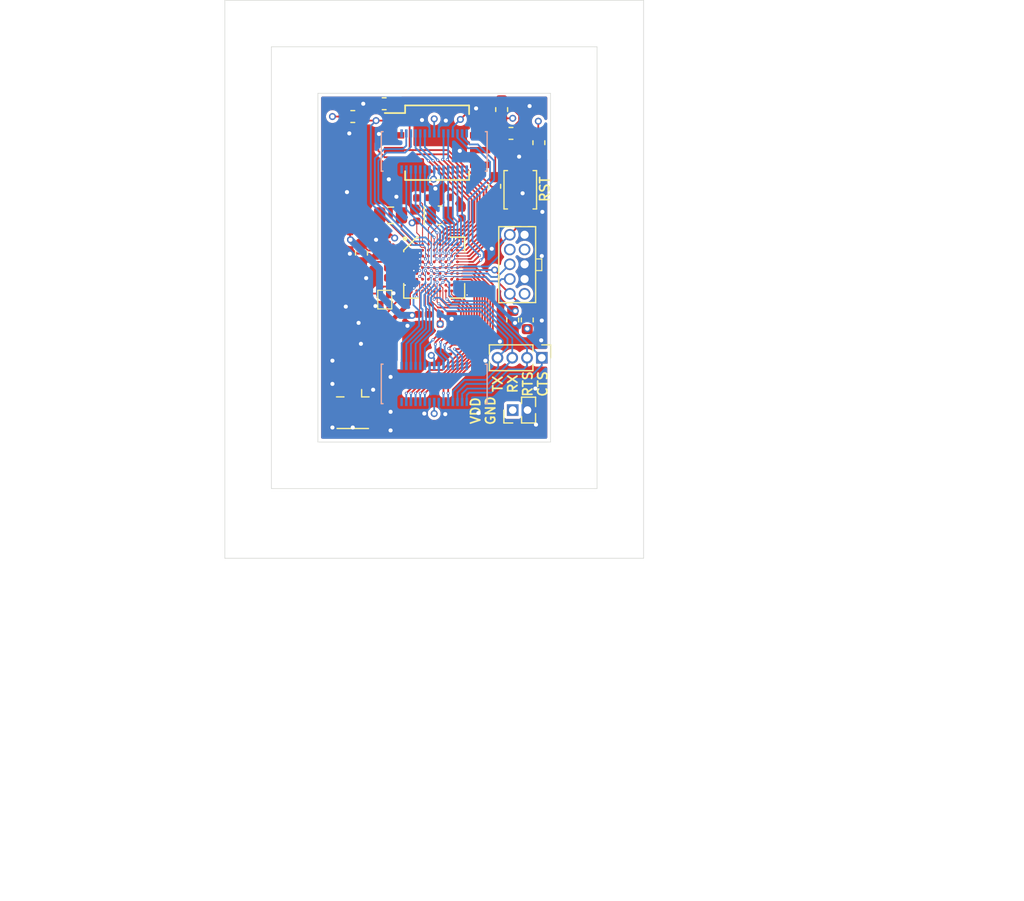
<source format=kicad_pcb>
(kicad_pcb (version 20171130) (host pcbnew 5.1.5)
  (layers (0 F.Cu signal) (1 In1.Cu signal) (2 In2.Cu signal) (31 B.Cu signal) (34 B.Paste user) (35 F.Paste user) (36 B.SilkS user) (37 F.SilkS user) (38 B.Mask user) (39 F.Mask user) (44 Edge.Cuts user))
  (net 0 "")
  (net 1 VDD)
  (net 2 GND)
  (net 3 "Net-(C2-Pad1)")
  (net 4 "Net-(C3-Pad1)")
  (net 5 "Net-(C4-Pad1)")
  (net 6 "Net-(C6-Pad1)")
  (net 7 "Net-(C7-Pad2)")
  (net 8 "Net-(C8-Pad2)")
  (net 9 "Net-(C9-Pad2)")
  (net 10 "Net-(C12-Pad1)")
  (net 11 "Net-(C13-Pad1)")
  (net 12 "Net-(C14-Pad1)")
  (net 13 "Net-(C15-Pad1)")
  (net 14 "Net-(C17-Pad1)")
  (net 15 "Net-(C18-Pad2)")
  (net 16 /G11)
  (net 17 /G13)
  (net 18 /G16)
  (net 19 /G18)
  (net 20 /G0)
  (net 21 /G2)
  (net 22 /G4)
  (net 23 /G5)
  (net 24 /G7)
  (net 25 /G9)
  (net 26 "Net-(J1-Pad1)")
  (net 27 /G1)
  (net 28 /G3)
  (net 29 /G10)
  (net 30 /G12)
  (net 31 /G14)
  (net 32 /G15)
  (net 33 /G17)
  (net 34 /G25)
  (net 35 /G6)
  (net 36 /G8)
  (net 37 "Net-(J2-Pad30)")
  (net 38 /G36)
  (net 39 /G38)
  (net 40 /DBG_RX)
  (net 41 /DBG_CTS)
  (net 42 /G29)
  (net 43 /G30)
  (net 44 /G32)
  (net 45 /G34)
  (net 46 /DBG_TX)
  (net 47 /DBG_RTS)
  (net 48 /G28)
  (net 49 /G35)
  (net 50 /G37)
  (net 51 /G39)
  (net 52 /G40)
  (net 53 /G31)
  (net 54 /G33)
  (net 55 /nRST)
  (net 56 "Net-(J4-Pad8)")
  (net 57 "Net-(J4-Pad7)")
  (net 58 /SWO)
  (net 59 /SWDCK)
  (net 60 /SWDIO)
  (net 61 "Net-(L1-Pad2)")
  (net 62 "Net-(L1-Pad1)")
  (net 63 "Net-(L2-Pad1)")
  (net 64 /MSPI_CLK)
  (net 65 "Net-(R1-Pad1)")
  (net 66 /FRAM_HOLD)
  (net 67 /FRAM_WP)
  (net 68 /MSPI_MOSI)
  (net 69 /MSPI_MISO)
  (net 70 "Net-(U1-PadE4)")
  (net 71 "Net-(U1-PadJ3)")
  (net 72 /MSPI_CE0)
  (net 73 "Net-(J5-Pad1)")
  (net 74 "Net-(J2-Pad1)")
  (net 75 "Net-(J2-Pad2)")
  (net 76 "Net-(J2-Pad29)")
  (net 77 "Net-(J1-Pad30)")
  (net 78 /G47)
  (net 79 /G49)
  (net 80 /G48)
  (net 81 /G46)
  (module Inductor_SMD:L_0402_1005Metric (layer F.Cu) (at 33 69 270)
    (fp_text reference L4 hide)
    (fp_text value 2nH)
    (pad 2 smd roundrect (at 0.485 0 270) (size 0.59 0.64) (layers F.Cu F.Paste F.Mask) (net 73 "Net-(J5-Pad1)"))
    (pad 1 smd roundrect (at -0.485 0 270) (size 0.59 0.64) (layers F.Cu F.Paste F.Mask) (net 10 "Net-(C12-Pad1)"))
  )
  (module Inductor_SMD:L_0402_1005Metric (layer F.Cu) (at 36.5 67.25 270)
    (fp_text reference L3 hide)
    (fp_text value 2.7nH)
    (pad 2 smd roundrect (at 0.485 0 270) (size 0.59 0.64) (layers F.Cu F.Paste F.Mask) (net 10 "Net-(C12-Pad1)"))
    (pad 1 smd roundrect (at -0.485 0 270) (size 0.59 0.64) (layers F.Cu F.Paste F.Mask) (net 5 "Net-(C4-Pad1)"))
  )
  (module Capacitor_SMD:C_0402_1005Metric (layer F.Cu) (at 35 67.525 90)
    (fp_text reference C12 hide)
    (fp_text value 0.5pF)
    (pad 2 smd roundrect (at 0.485 0 90) (size 0.59 0.64) (layers F.Cu F.Paste F.Mask) (net 2 GND))
    (pad 1 smd roundrect (at -0.485 0 90) (size 0.59 0.64) (layers F.Cu F.Paste F.Mask) (net 10 "Net-(C12-Pad1)"))
  )
  (module Capacitor_SMD:C_0402_1005Metric (layer F.Cu) (at 36 65.47 180)
    (fp_text reference C4 hide)
    (fp_text value DNP)
    (pad 2 smd roundrect (at 0.485 0 180) (size 0.59 0.64) (layers F.Cu F.Paste F.Mask) (net 2 GND))
    (pad 1 smd roundrect (at -0.485 0 180) (size 0.59 0.64) (layers F.Cu F.Paste F.Mask) (net 5 "Net-(C4-Pad1)"))
  )
  (module jaspers_footprints:FTSH-105-01-F-D-K (layer F.Cu) (at 46.5 62.25 180)
    (fp_text reference J4 hide)
    (fp_text value SWD_10)
    (pad 2 thru_hole circle (at 0 0 180) (size 1 1) (drill 0.7) (layers *.Cu *.Mask) (net 60 /SWDIO))
    (pad 1 thru_hole oval (at -1.27 0 180) (size 1 1) (drill 0.7) (layers *.Cu *.Mask) (net 1 VDD))
    (pad 4 thru_hole oval (at 0 1.27 180) (size 1 1) (drill 0.7) (layers *.Cu *.Mask) (net 59 /SWDCK))
    (pad 3 thru_hole oval (at -1.27 1.27 180) (size 1 1) (drill 0.7) (layers *.Cu *.Mask) (net 2 GND))
    (pad 6 thru_hole oval (at 0 2.54 180) (size 1 1) (drill 0.7) (layers *.Cu *.Mask) (net 58 /SWO))
    (pad 5 thru_hole oval (at -1.27 2.54 180) (size 1 1) (drill 0.7) (layers *.Cu *.Mask) (net 2 GND))
    (pad 8 thru_hole oval (at 0 3.81 180) (size 1 1) (drill 0.7) (layers *.Cu *.Mask) (net 56 "Net-(J4-Pad8)"))
    (pad 7 thru_hole oval (at -1.27 3.81 180) (size 1 1) (drill 0.7) (layers *.Cu *.Mask) (net 57 "Net-(J4-Pad7)"))
    (pad 10 thru_hole oval (at 0 5.08 180) (size 1 1) (drill 0.7) (layers *.Cu *.Mask) (net 55 /nRST))
    (pad 9 thru_hole oval (at -1.27 5.08 180) (size 1 1) (drill 0.7) (layers *.Cu *.Mask) (net 2 GND))
  )
  (module Resistor_SMD:R_0603_1608Metric (layer F.Cu) (at 46.75 64.5 270)
    (fp_text reference R4 hide)
    (fp_text value 10k)
    (pad 2 smd roundrect (at 0.7875 0 270) (size 0.875 0.95) (layers F.Cu F.Paste F.Mask) (net 2 GND))
    (pad 1 smd roundrect (at -0.7875 0 270) (size 0.875 0.95) (layers F.Cu F.Paste F.Mask) (net 59 /SWDCK))
  )
  (module Resistor_SMD:R_0603_1608Metric (layer F.Cu) (at 48 64.5 90)
    (fp_text reference R5 hide)
    (fp_text value 10k)
    (pad 2 smd roundrect (at 0.7875 0 90) (size 0.875 0.95) (layers F.Cu F.Paste F.Mask) (net 60 /SWDIO))
    (pad 1 smd roundrect (at -0.7875 0 90) (size 0.875 0.95) (layers F.Cu F.Paste F.Mask) (net 1 VDD))
  )
  (module jaspers_footprints:BGA-81_9x9_5.0x5.0mm (layer F.Cu) (at 40 60)
    (fp_text reference U1 hide)
    (fp_text value APOLLO3)
    (pad J9 smd circle (at 2 2) (size 0.25 0.25) (layers F.Cu F.Paste F.Mask) (net 52 /G40))
    (pad H9 smd circle (at 2 1.5) (size 0.25 0.25) (layers F.Cu F.Paste F.Mask) (net 78 /G47))
    (pad G9 smd circle (at 2 1) (size 0.25 0.25) (layers F.Cu F.Paste F.Mask) (net 80 /G48))
    (pad F9 smd circle (at 2 0.5) (size 0.25 0.25) (layers F.Cu F.Paste F.Mask) (net 24 /G7))
    (pad E9 smd circle (at 2 0) (size 0.25 0.25) (layers F.Cu F.Paste F.Mask) (net 23 /G5))
    (pad D9 smd circle (at 2 -0.5) (size 0.25 0.25) (layers F.Cu F.Paste F.Mask) (net 22 /G4))
    (pad C9 smd circle (at 2 -1) (size 0.25 0.25) (layers F.Cu F.Paste F.Mask) (net 68 /MSPI_MOSI))
    (pad B9 smd circle (at 2 -1.5) (size 0.25 0.25) (layers F.Cu F.Paste F.Mask) (net 67 /FRAM_WP))
    (pad A9 smd circle (at 2 -2) (size 0.25 0.25) (layers F.Cu F.Paste F.Mask) (net 48 /G28))
    (pad J8 smd circle (at 1.5 2) (size 0.25 0.25) (layers F.Cu F.Paste F.Mask) (net 51 /G39))
    (pad H8 smd circle (at 1.5 1.5) (size 0.25 0.25) (layers F.Cu F.Paste F.Mask) (net 79 /G49))
    (pad G8 smd circle (at 1.5 1) (size 0.25 0.25) (layers F.Cu F.Paste F.Mask) (net 29 /G10))
    (pad F8 smd circle (at 1.5 0.5) (size 0.25 0.25) (layers F.Cu F.Paste F.Mask) (net 36 /G8))
    (pad E8 smd circle (at 1.5 0) (size 0.25 0.25) (layers F.Cu F.Paste F.Mask) (net 35 /G6))
    (pad D8 smd circle (at 1.5 -0.5) (size 0.25 0.25) (layers F.Cu F.Paste F.Mask) (net 66 /FRAM_HOLD))
    (pad C8 smd circle (at 1.5 -1) (size 0.25 0.25) (layers F.Cu F.Paste F.Mask) (net 65 "Net-(R1-Pad1)"))
    (pad B8 smd circle (at 1.5 -1.5) (size 0.25 0.25) (layers F.Cu F.Paste F.Mask) (net 69 /MSPI_MISO))
    (pad A8 smd circle (at 1.5 -2) (size 0.25 0.25) (layers F.Cu F.Paste F.Mask) (net 34 /G25))
    (pad J7 smd circle (at 1 2) (size 0.25 0.25) (layers F.Cu F.Paste F.Mask) (net 47 /DBG_RTS))
    (pad H7 smd circle (at 1 1.5) (size 0.25 0.25) (layers F.Cu F.Paste F.Mask) (net 50 /G37))
    (pad G7 smd circle (at 1 1) (size 0.25 0.25) (layers F.Cu F.Paste F.Mask) (net 25 /G9))
    (pad F7 smd circle (at 1 0.5) (size 0.25 0.25) (layers F.Cu F.Paste F.Mask) (net 60 /SWDIO))
    (pad E7 smd circle (at 1 0) (size 0.25 0.25) (layers F.Cu F.Paste F.Mask) (net 81 /G46))
    (pad D7 smd circle (at 1 -0.5) (size 0.25 0.25) (layers F.Cu F.Paste F.Mask) (net 31 /G14))
    (pad C7 smd circle (at 1 -1) (size 0.25 0.25) (layers F.Cu F.Paste F.Mask) (net 32 /G15))
    (pad B7 smd circle (at 1 -1.5) (size 0.25 0.25) (layers F.Cu F.Paste F.Mask) (net 17 /G13))
    (pad A7 smd circle (at 1 -2) (size 0.25 0.25) (layers F.Cu F.Paste F.Mask) (net 30 /G12))
    (pad J6 smd circle (at 0.5 2) (size 0.25 0.25) (layers F.Cu F.Paste F.Mask) (net 39 /G38))
    (pad H6 smd circle (at 0.5 1.5) (size 0.25 0.25) (layers F.Cu F.Paste F.Mask) (net 38 /G36))
    (pad G6 smd circle (at 0.5 1) (size 0.25 0.25) (layers F.Cu F.Paste F.Mask) (net 59 /SWDCK))
    (pad F6 smd circle (at 0.5 0.5) (size 0.25 0.25) (layers F.Cu F.Paste F.Mask) (net 43 /G30))
    (pad E6 smd circle (at 0.5 0) (size 0.25 0.25) (layers F.Cu F.Paste F.Mask) (net 44 /G32))
    (pad D6 smd circle (at 0.5 -0.5) (size 0.25 0.25) (layers F.Cu F.Paste F.Mask) (net 49 /G35))
    (pad C6 smd circle (at 0.5 -1) (size 0.25 0.25) (layers F.Cu F.Paste F.Mask) (net 45 /G34))
    (pad B6 smd circle (at 0.5 -1.5) (size 0.25 0.25) (layers F.Cu F.Paste F.Mask) (net 54 /G33))
    (pad A6 smd circle (at 0.5 -2) (size 0.25 0.25) (layers F.Cu F.Paste F.Mask) (net 4 "Net-(C3-Pad1)"))
    (pad J5 smd circle (at 0 2) (size 0.25 0.25) (layers F.Cu F.Paste F.Mask) (net 40 /DBG_RX))
    (pad H5 smd circle (at 0 1.5) (size 0.25 0.25) (layers F.Cu F.Paste F.Mask) (net 46 /DBG_TX))
    (pad G5 smd circle (at 0 1) (size 0.25 0.25) (layers F.Cu F.Paste F.Mask) (net 28 /G3))
    (pad F5 smd circle (at 0 0.5) (size 0.25 0.25) (layers F.Cu F.Paste F.Mask) (net 41 /DBG_CTS))
    (pad E5 smd circle (at 0 0) (size 0.25 0.25) (layers F.Cu F.Paste F.Mask) (net 58 /SWO))
    (pad D5 smd circle (at 0 -0.5) (size 0.25 0.25) (layers F.Cu F.Paste F.Mask) (net 53 /G31))
    (pad C5 smd circle (at 0 -1) (size 0.25 0.25) (layers F.Cu F.Paste F.Mask) (net 19 /G18))
    (pad B5 smd circle (at 0 -1.5) (size 0.25 0.25) (layers F.Cu F.Paste F.Mask) (net 16 /G11))
    (pad A5 smd circle (at 0 -2) (size 0.25 0.25) (layers F.Cu F.Paste F.Mask) (net 42 /G29))
    (pad J4 smd circle (at -0.5 2) (size 0.25 0.25) (layers F.Cu F.Paste F.Mask) (net 1 VDD))
    (pad H4 smd circle (at -0.5 1.5) (size 0.25 0.25) (layers F.Cu F.Paste F.Mask) (net 20 /G0))
    (pad G4 smd circle (at -0.5 1) (size 0.25 0.25) (layers F.Cu F.Paste F.Mask) (net 27 /G1))
    (pad F4 smd circle (at -0.5 0.5) (size 0.25 0.25) (layers F.Cu F.Paste F.Mask) (net 21 /G2))
    (pad E4 smd circle (at -0.5 0) (size 0.25 0.25) (layers F.Cu F.Paste F.Mask) (net 70 "Net-(U1-PadE4)"))
    (pad D4 smd circle (at -0.5 -0.5) (size 0.25 0.25) (layers F.Cu F.Paste F.Mask) (net 18 /G16))
    (pad C4 smd circle (at -0.5 -1) (size 0.25 0.25) (layers F.Cu F.Paste F.Mask) (net 1 VDD))
    (pad B4 smd circle (at -0.5 -1.5) (size 0.25 0.25) (layers F.Cu F.Paste F.Mask) (net 15 "Net-(C18-Pad2)"))
    (pad A4 smd circle (at -0.5 -2) (size 0.25 0.25) (layers F.Cu F.Paste F.Mask) (net 14 "Net-(C17-Pad1)"))
    (pad J3 smd circle (at -1 2) (size 0.25 0.25) (layers F.Cu F.Paste F.Mask) (net 71 "Net-(U1-PadJ3)"))
    (pad H3 smd circle (at -1 1.5) (size 0.25 0.25) (layers F.Cu F.Paste F.Mask) (net 6 "Net-(C6-Pad1)"))
    (pad G3 smd circle (at -1 1) (size 0.25 0.25) (layers F.Cu F.Paste F.Mask) (net 55 /nRST))
    (pad F3 smd circle (at -1 0.5) (size 0.25 0.25) (layers F.Cu F.Paste F.Mask) (net 1 VDD))
    (pad E3 smd circle (at -1 0) (size 0.25 0.25) (layers F.Cu F.Paste F.Mask) (net 2 GND))
    (pad D3 smd circle (at -1 -0.5) (size 0.25 0.25) (layers F.Cu F.Paste F.Mask) (net 33 /G17))
    (pad C3 smd circle (at -1 -1) (size 0.25 0.25) (layers F.Cu F.Paste F.Mask) (net 72 /MSPI_CE0))
    (pad B3 smd circle (at -1 -1.5) (size 0.25 0.25) (layers F.Cu F.Paste F.Mask) (net 2 GND))
    (pad A3 smd circle (at -1 -2) (size 0.25 0.25) (layers F.Cu F.Paste F.Mask) (net 7 "Net-(C7-Pad2)"))
    (pad J2 smd circle (at -1.5 2) (size 0.25 0.25) (layers F.Cu F.Paste F.Mask) (net 2 GND))
    (pad H2 smd circle (at -1.5 1.5) (size 0.25 0.25) (layers F.Cu F.Paste F.Mask) (net 2 GND))
    (pad G2 smd circle (at -1.5 1) (size 0.25 0.25) (layers F.Cu F.Paste F.Mask) (net 13 "Net-(C15-Pad1)"))
    (pad F2 smd circle (at -1.5 0.5) (size 0.25 0.25) (layers F.Cu F.Paste F.Mask) (net 2 GND))
    (pad E2 smd circle (at -1.5 0) (size 0.25 0.25) (layers F.Cu F.Paste F.Mask) (net 2 GND))
    (pad D2 smd circle (at -1.5 -0.5) (size 0.25 0.25) (layers F.Cu F.Paste F.Mask) (net 8 "Net-(C8-Pad2)"))
    (pad C2 smd circle (at -1.5 -1) (size 0.25 0.25) (layers F.Cu F.Paste F.Mask) (net 2 GND))
    (pad B2 smd circle (at -1.5 -1.5) (size 0.25 0.25) (layers F.Cu F.Paste F.Mask) (net 1 VDD))
    (pad A2 smd circle (at -1.5 -2) (size 0.25 0.25) (layers F.Cu F.Paste F.Mask) (net 61 "Net-(L1-Pad2)"))
    (pad J1 smd circle (at -2 2) (size 0.25 0.25) (layers F.Cu F.Paste F.Mask) (net 5 "Net-(C4-Pad1)"))
    (pad H1 smd circle (at -2 1.5) (size 0.25 0.25) (layers F.Cu F.Paste F.Mask) (net 2 GND))
    (pad G1 smd circle (at -2 1) (size 0.25 0.25) (layers F.Cu F.Paste F.Mask) (net 3 "Net-(C2-Pad1)"))
    (pad F1 smd circle (at -2 0.5) (size 0.25 0.25) (layers F.Cu F.Paste F.Mask) (net 11 "Net-(C13-Pad1)"))
    (pad E1 smd circle (at -2 0) (size 0.25 0.25) (layers F.Cu F.Paste F.Mask) (net 9 "Net-(C9-Pad2)"))
    (pad D1 smd circle (at -2 -0.5) (size 0.25 0.25) (layers F.Cu F.Paste F.Mask) (net 63 "Net-(L2-Pad1)"))
    (pad C1 smd circle (at -2 -1) (size 0.25 0.25) (layers F.Cu F.Paste F.Mask) (net 12 "Net-(C14-Pad1)"))
    (pad B1 smd circle (at -2 -1.5) (size 0.25 0.25) (layers F.Cu F.Paste F.Mask) (net 1 VDD))
    (pad A1 smd circle (at -2 -2) (size 0.25 0.25) (layers F.Cu F.Paste F.Mask) (net 62 "Net-(L1-Pad1)"))
  )
  (module Resistor_SMD:R_0603_1608Metric (layer F.Cu) (at 33 47)
    (fp_text reference R8 hide)
    (fp_text value DNP)
    (pad 2 smd roundrect (at 0.7875 0) (size 0.875 0.95) (layers F.Cu F.Paste F.Mask) (net 72 /MSPI_CE0))
    (pad 1 smd roundrect (at -0.7875 0) (size 0.875 0.95) (layers F.Cu F.Paste F.Mask) (net 1 VDD))
  )
  (module jaspers_footprints:eC_Mount (layer F.Cu) (at 55 97)
    (fp_text reference H2 hide)
    (fp_text value eC_Registration)
    (pad "" np_thru_hole circle (at 0 -15) (size 3 3) (drill 3) (layers *.Cu))
  )
  (module jaspers_footprints:eC_Mount (layer F.Cu) (at 25 97)
    (fp_text reference H1 hide)
    (fp_text value eC_Registration)
    (pad "" np_thru_hole circle (at 0 -15) (size 3 3) (drill 3) (layers *.Cu))
  )
  (module Connector_PinHeader_1.27mm:PinHeader_1x02_P1.27mm_Vertical (layer F.Cu) (at 46.75 72.25 90)
    (fp_text reference J6 hide)
    (fp_text value Conn_01x02)
    (pad 2 thru_hole oval (at 0 1.27 90) (size 1 1) (drill 0.65) (layers *.Cu *.Mask) (net 2 GND))
    (pad 1 thru_hole rect (at 0 0 90) (size 1 1) (drill 0.65) (layers *.Cu *.Mask) (net 1 VDD))
  )
  (module Capacitor_SMD:C_0603_1608Metric (layer F.Cu) (at 45.8 46.4 270)
    (fp_text reference C19 hide)
    (fp_text value 1uF)
    (pad 2 smd roundrect (at 0.7875 0 270) (size 0.875 0.95) (layers F.Cu F.Paste F.Mask) (net 1 VDD))
    (pad 1 smd roundrect (at -0.7875 0 270) (size 0.875 0.95) (layers F.Cu F.Paste F.Mask) (net 2 GND))
  )
  (module Connector_Coaxial:U.FL_Hirose_U.FL-R-SMT-1_Vertical (layer F.Cu) (at 33 72 270)
    (fp_text reference J5 hide)
    (fp_text value Conn_Coaxial)
    (pad 2 smd rect (at 0.475 -1.475 270) (size 2.2 1.05) (layers F.Cu F.Paste F.Mask) (net 2 GND))
    (pad 1 smd rect (at -1.05 0 270) (size 1.05 1) (layers F.Cu F.Paste F.Mask) (net 73 "Net-(J5-Pad1)"))
    (pad 2 smd rect (at 0.475 1.475 270) (size 2.2 1.05) (layers F.Cu F.Paste F.Mask) (net 2 GND))
  )
  (module Connector_PinHeader_1.27mm:PinHeader_1x04_P1.27mm_Vertical (layer F.Cu) (at 49.25 67.75 270)
    (fp_text reference J3 hide)
    (fp_text value Conn_01x04)
    (pad 4 thru_hole oval (at 0 3.81 270) (size 1 1) (drill 0.65) (layers *.Cu *.Mask) (net 46 /DBG_TX))
    (pad 3 thru_hole oval (at 0 2.54 270) (size 1 1) (drill 0.65) (layers *.Cu *.Mask) (net 40 /DBG_RX))
    (pad 2 thru_hole oval (at 0 1.27 270) (size 1 1) (drill 0.65) (layers *.Cu *.Mask) (net 47 /DBG_RTS))
    (pad 1 thru_hole rect (at 0 0 270) (size 1 1) (drill 0.65) (layers *.Cu *.Mask) (net 41 /DBG_CTS))
  )
  (module Resistor_SMD:R_0402_1005Metric (layer F.Cu) (at 33.25 56.9 180)
    (fp_text reference R3 hide)
    (fp_text value 0)
    (pad 2 smd roundrect (at 0.485 0 180) (size 0.59 0.64) (layers F.Cu F.Paste F.Mask) (net 13 "Net-(C15-Pad1)"))
    (pad 1 smd roundrect (at -0.485 0 180) (size 0.59 0.64) (layers F.Cu F.Paste F.Mask) (net 12 "Net-(C14-Pad1)"))
  )
  (module Capacitor_SMD:C_0402_1005Metric (layer F.Cu) (at 40.9 53.95)
    (fp_text reference C18 hide)
    (fp_text value DNP)
    (pad 2 smd roundrect (at 0.485 0) (size 0.59 0.64) (layers F.Cu F.Paste F.Mask) (net 15 "Net-(C18-Pad2)"))
    (pad 1 smd roundrect (at -0.485 0) (size 0.59 0.64) (layers F.Cu F.Paste F.Mask) (net 2 GND))
  )
  (module Capacitor_SMD:C_0402_1005Metric (layer F.Cu) (at 39.55 53.5 90)
    (fp_text reference C17 hide)
    (fp_text value DNP)
    (pad 2 smd roundrect (at 0.485 0 90) (size 0.59 0.64) (layers F.Cu F.Paste F.Mask) (net 2 GND))
    (pad 1 smd roundrect (at -0.485 0 90) (size 0.59 0.64) (layers F.Cu F.Paste F.Mask) (net 14 "Net-(C17-Pad1)"))
  )
  (module Capacitor_SMD:C_0402_1005Metric (layer F.Cu) (at 35.5 57.15)
    (fp_text reference C16 hide)
    (fp_text value 2.2uF)
    (pad 2 smd roundrect (at 0.485 0) (size 0.59 0.64) (layers F.Cu F.Paste F.Mask) (net 1 VDD))
    (pad 1 smd roundrect (at -0.485 0) (size 0.59 0.64) (layers F.Cu F.Paste F.Mask) (net 2 GND))
  )
  (module Capacitor_SMD:C_0402_1005Metric (layer F.Cu) (at 38.625 64.5 270)
    (fp_text reference C15 hide)
    (fp_text value 1uF)
    (pad 2 smd roundrect (at 0.485 0 270) (size 0.59 0.64) (layers F.Cu F.Paste F.Mask) (net 2 GND))
    (pad 1 smd roundrect (at -0.485 0 270) (size 0.59 0.64) (layers F.Cu F.Paste F.Mask) (net 13 "Net-(C15-Pad1)"))
  )
  (module Capacitor_SMD:C_0402_1005Metric (layer F.Cu) (at 35.5 59 180)
    (fp_text reference C14 hide)
    (fp_text value 4.7uF)
    (pad 2 smd roundrect (at 0.485 0 180) (size 0.59 0.64) (layers F.Cu F.Paste F.Mask) (net 2 GND))
    (pad 1 smd roundrect (at -0.485 0 180) (size 0.59 0.64) (layers F.Cu F.Paste F.Mask) (net 12 "Net-(C14-Pad1)"))
  )
  (module Capacitor_SMD:C_0402_1005Metric (layer F.Cu) (at 33.75 62.25 180)
    (fp_text reference C13 hide)
    (fp_text value DNP)
    (pad 2 smd roundrect (at 0.485 0 180) (size 0.59 0.64) (layers F.Cu F.Paste F.Mask) (net 2 GND))
    (pad 1 smd roundrect (at -0.485 0 180) (size 0.59 0.64) (layers F.Cu F.Paste F.Mask) (net 11 "Net-(C13-Pad1)"))
  )
  (module Capacitor_SMD:C_0402_1005Metric (layer F.Cu) (at 35.5 58)
    (fp_text reference C11 hide)
    (fp_text value 1uF)
    (pad 2 smd roundrect (at 0.485 0) (size 0.59 0.64) (layers F.Cu F.Paste F.Mask) (net 1 VDD))
    (pad 1 smd roundrect (at -0.485 0) (size 0.59 0.64) (layers F.Cu F.Paste F.Mask) (net 2 GND))
  )
  (module Capacitor_SMD:C_0402_1005Metric (layer F.Cu) (at 41 64.85 180)
    (fp_text reference C10 hide)
    (fp_text value 1uF)
    (pad 2 smd roundrect (at 0.485 0 180) (size 0.59 0.64) (layers F.Cu F.Paste F.Mask) (net 1 VDD))
    (pad 1 smd roundrect (at -0.485 0 180) (size 0.59 0.64) (layers F.Cu F.Paste F.Mask) (net 2 GND))
  )
  (module Capacitor_SMD:C_0402_1005Metric (layer F.Cu) (at 35.5 60.875)
    (fp_text reference C9 hide)
    (fp_text value 2.2uF)
    (pad 2 smd roundrect (at 0.485 0) (size 0.59 0.64) (layers F.Cu F.Paste F.Mask) (net 9 "Net-(C9-Pad2)"))
    (pad 1 smd roundrect (at -0.485 0) (size 0.59 0.64) (layers F.Cu F.Paste F.Mask) (net 2 GND))
  )
  (module Capacitor_SMD:C_0402_1005Metric (layer F.Cu) (at 35.5 60)
    (fp_text reference C8 hide)
    (fp_text value 2.2uF)
    (pad 2 smd roundrect (at 0.485 0) (size 0.59 0.64) (layers F.Cu F.Paste F.Mask) (net 8 "Net-(C8-Pad2)"))
    (pad 1 smd roundrect (at -0.485 0) (size 0.59 0.64) (layers F.Cu F.Paste F.Mask) (net 2 GND))
  )
  (module Capacitor_SMD:C_0402_1005Metric (layer F.Cu) (at 38 54)
    (fp_text reference C7 hide)
    (fp_text value 2.2uF)
    (pad 2 smd roundrect (at 0.485 0) (size 0.59 0.64) (layers F.Cu F.Paste F.Mask) (net 7 "Net-(C7-Pad2)"))
    (pad 1 smd roundrect (at -0.485 0) (size 0.59 0.64) (layers F.Cu F.Paste F.Mask) (net 2 GND))
  )
  (module Capacitor_SMD:C_0402_1005Metric (layer F.Cu) (at 39.5 64.5 270)
    (fp_text reference C6 hide)
    (fp_text value 47nF)
    (pad 2 smd roundrect (at 0.485 0 270) (size 0.59 0.64) (layers F.Cu F.Paste F.Mask) (net 2 GND))
    (pad 1 smd roundrect (at -0.485 0 270) (size 0.59 0.64) (layers F.Cu F.Paste F.Mask) (net 6 "Net-(C6-Pad1)"))
  )
  (module Capacitor_SMD:C_0402_1005Metric (layer F.Cu) (at 41 64 180)
    (fp_text reference C5 hide)
    (fp_text value 1uF)
    (pad 2 smd roundrect (at 0.485 0 180) (size 0.59 0.64) (layers F.Cu F.Paste F.Mask) (net 1 VDD))
    (pad 1 smd roundrect (at -0.485 0 180) (size 0.59 0.64) (layers F.Cu F.Paste F.Mask) (net 2 GND))
  )
  (module Capacitor_SMD:C_0402_1005Metric (layer F.Cu) (at 42.4 55.25 90)
    (fp_text reference C3 hide)
    (fp_text value 470nF)
    (pad 2 smd roundrect (at 0.485 0 90) (size 0.59 0.64) (layers F.Cu F.Paste F.Mask) (net 2 GND))
    (pad 1 smd roundrect (at -0.485 0 90) (size 0.59 0.64) (layers F.Cu F.Paste F.Mask) (net 4 "Net-(C3-Pad1)"))
  )
  (module Capacitor_SMD:C_0402_1005Metric (layer F.Cu) (at 33.75 63.25 180)
    (fp_text reference C2 hide)
    (fp_text value DNP)
    (pad 2 smd roundrect (at 0.485 0 180) (size 0.59 0.64) (layers F.Cu F.Paste F.Mask) (net 2 GND))
    (pad 1 smd roundrect (at -0.485 0 180) (size 0.59 0.64) (layers F.Cu F.Paste F.Mask) (net 3 "Net-(C2-Pad1)"))
  )
  (module Capacitor_SMD:C_0402_1005Metric (layer F.Cu) (at 38.5 55.5 270)
    (fp_text reference C1 hide)
    (fp_text value 1uF)
    (pad 2 smd roundrect (at 0.485 0 270) (size 0.59 0.64) (layers F.Cu F.Paste F.Mask) (net 1 VDD))
    (pad 1 smd roundrect (at -0.485 0 270) (size 0.59 0.64) (layers F.Cu F.Paste F.Mask) (net 2 GND))
  )
  (module jaspers_footprints:Crystal_SMD_MicroCrystal_CC8V-T1A-2Pin_2.0x1.2mm (layer F.Cu) (at 40.5 55.5)
    (fp_text reference Y2 hide)
    (fp_text value ABS06W-32.678kHz-D-2)
    (pad 2 smd rect (at 0.75 0) (size 0.8 1.5) (layers F.Cu F.Paste F.Mask) (net 15 "Net-(C18-Pad2)"))
    (pad 1 smd rect (at -0.75 0) (size 0.8 1.5) (layers F.Cu F.Paste F.Mask) (net 14 "Net-(C17-Pad1)"))
  )
  (module jaspers_footprints:ECX-1247 (layer F.Cu) (at 35.75 62.75 90)
    (fp_text reference Y1 hide)
    (fp_text value ECS-320-8-47-JTN)
    (pad 4 smd rect (at -0.525 -0.425 90) (size 0.75 0.55) (layers F.Cu F.Paste F.Mask) (net 2 GND))
    (pad 3 smd rect (at 0.525 -0.425 90) (size 0.75 0.55) (layers F.Cu F.Paste F.Mask) (net 11 "Net-(C13-Pad1)"))
    (pad 2 smd rect (at 0.525 0.425 90) (size 0.75 0.55) (layers F.Cu F.Paste F.Mask) (net 2 GND))
    (pad 1 smd rect (at -0.525 0.425 90) (size 0.75 0.55) (layers F.Cu F.Paste F.Mask) (net 3 "Net-(C2-Pad1)"))
  )
  (module Package_SO:SO-8_5.3x6.2mm_P1.27mm (layer F.Cu) (at 40.25 49.25)
    (fp_text reference U2 hide)
    (fp_text value MB85RS4MT)
    (pad 8 smd rect (at 3.7 -1.905) (size 1.75 0.55) (layers F.Cu F.Paste F.Mask) (net 1 VDD))
    (pad 7 smd rect (at 3.7 -0.635) (size 1.75 0.55) (layers F.Cu F.Paste F.Mask) (net 66 /FRAM_HOLD))
    (pad 6 smd rect (at 3.7 0.635) (size 1.75 0.55) (layers F.Cu F.Paste F.Mask) (net 64 /MSPI_CLK))
    (pad 5 smd rect (at 3.7 1.905) (size 1.75 0.55) (layers F.Cu F.Paste F.Mask) (net 68 /MSPI_MOSI))
    (pad 4 smd rect (at -3.7 1.905) (size 1.75 0.55) (layers F.Cu F.Paste F.Mask) (net 2 GND))
    (pad 3 smd rect (at -3.7 0.635) (size 1.75 0.55) (layers F.Cu F.Paste F.Mask) (net 67 /FRAM_WP))
    (pad 2 smd rect (at -3.7 -0.635) (size 1.75 0.55) (layers F.Cu F.Paste F.Mask) (net 69 /MSPI_MISO))
    (pad 1 smd rect (at -3.7 -1.905) (size 1.75 0.55) (layers F.Cu F.Paste F.Mask) (net 72 /MSPI_CE0))
  )
  (module Button_Switch_SMD:SW_SPST_B3U-1000P (layer F.Cu) (at 47.4 53.3 90)
    (fp_text reference SW1 hide)
    (fp_text value B3U-1000P)
    (pad 2 smd rect (at 1.7 0 90) (size 0.9 1.7) (layers F.Cu F.Paste F.Mask) (net 2 GND))
    (pad 1 smd rect (at -1.7 0 90) (size 0.9 1.7) (layers F.Cu F.Paste F.Mask) (net 55 /nRST))
  )
  (module Resistor_SMD:R_0603_1608Metric (layer F.Cu) (at 35.7 45.9 180)
    (fp_text reference R7 hide)
    (fp_text value DNP)
    (pad 2 smd roundrect (at 0.7875 0 180) (size 0.875 0.95) (layers F.Cu F.Paste F.Mask) (net 2 GND))
    (pad 1 smd roundrect (at -0.7875 0 180) (size 0.875 0.95) (layers F.Cu F.Paste F.Mask) (net 67 /FRAM_WP))
  )
  (module Resistor_SMD:R_0603_1608Metric (layer F.Cu) (at 46.6 48.45 180)
    (fp_text reference R6 hide)
    (fp_text value DNP)
    (pad 2 smd roundrect (at 0.7875 0 180) (size 0.875 0.95) (layers F.Cu F.Paste F.Mask) (net 66 /FRAM_HOLD))
    (pad 1 smd roundrect (at -0.7875 0 180) (size 0.875 0.95) (layers F.Cu F.Paste F.Mask) (net 1 VDD))
  )
  (module Resistor_SMD:R_0603_1608Metric (layer F.Cu) (at 49 49.25 270)
    (fp_text reference R2 hide)
    (fp_text value DNP)
    (pad 2 smd roundrect (at 0.7875 0 270) (size 0.875 0.95) (layers F.Cu F.Paste F.Mask) (net 55 /nRST))
    (pad 1 smd roundrect (at -0.7875 0 270) (size 0.875 0.95) (layers F.Cu F.Paste F.Mask) (net 1 VDD))
  )
  (module Resistor_SMD:R_0603_1608Metric (layer F.Cu) (at 45.2 53 90)
    (fp_text reference R1 hide)
    (fp_text value 0)
    (pad 2 smd roundrect (at 0.7875 0 90) (size 0.875 0.95) (layers F.Cu F.Paste F.Mask) (net 64 /MSPI_CLK))
    (pad 1 smd roundrect (at -0.7875 0 90) (size 0.875 0.95) (layers F.Cu F.Paste F.Mask) (net 65 "Net-(R1-Pad1)"))
  )
  (module Inductor_SMD:L_0603_1608Metric (layer F.Cu) (at 33.75 58.75 90)
    (fp_text reference L2 hide)
    (fp_text value 1uH)
    (pad 2 smd roundrect (at 0.7875 0 90) (size 0.875 0.95) (layers F.Cu F.Paste F.Mask) (net 12 "Net-(C14-Pad1)"))
    (pad 1 smd roundrect (at -0.7875 0 90) (size 0.875 0.95) (layers F.Cu F.Paste F.Mask) (net 63 "Net-(L2-Pad1)"))
  )
  (module Inductor_SMD:L_0805_2012Metric (layer F.Cu) (at 36.25 55.5)
    (fp_text reference L1 hide)
    (fp_text value 2.2uH)
    (pad 2 smd roundrect (at 0.9375 0) (size 0.975 1.4) (layers F.Cu F.Paste F.Mask) (net 61 "Net-(L1-Pad2)"))
    (pad 1 smd roundrect (at -0.9375 0) (size 0.975 1.4) (layers F.Cu F.Paste F.Mask) (net 62 "Net-(L1-Pad1)"))
  )
  (module jaspers_footprints:51338-0374 (layer B.Cu) (at 40 50)
    (fp_text reference J2 hide)
    (fp_text value 51338-0374)
    (pad 31 smd rect (at -3.75 -1.5) (size 1 0.5) (layers B.Cu B.Paste B.Mask) (net 2 GND))
    (pad 31 smd rect (at -3.75 1.5) (size 1 0.5) (layers B.Cu B.Paste B.Mask) (net 2 GND))
    (pad 31 smd rect (at 3.75 -1.5) (size 1 0.5) (layers B.Cu B.Paste B.Mask) (net 2 GND))
    (pad 31 smd rect (at 3.75 1.5) (size 1 0.5) (layers B.Cu B.Paste B.Mask) (net 2 GND))
    (pad 30 smd rect (at 2.8 -1.55) (size 0.22 0.7) (layers B.Cu B.Paste B.Mask) (net 37 "Net-(J2-Pad30)"))
    (pad 28 smd rect (at 2.4 -1.55) (size 0.22 0.7) (layers B.Cu B.Paste B.Mask) (net 35 /G6))
    (pad 26 smd rect (at 2 -1.55) (size 0.22 0.7) (layers B.Cu B.Paste B.Mask) (net 22 /G4))
    (pad 24 smd rect (at 1.6 -1.55) (size 0.22 0.7) (layers B.Cu B.Paste B.Mask) (net 55 /nRST))
    (pad 22 smd rect (at 1.2 -1.55) (size 0.22 0.7) (layers B.Cu B.Paste B.Mask) (net 48 /G28))
    (pad 20 smd rect (at 0.8 -1.55) (size 0.22 0.7) (layers B.Cu B.Paste B.Mask) (net 34 /G25))
    (pad 18 smd rect (at 0.4 -1.55) (size 0.22 0.7) (layers B.Cu B.Paste B.Mask) (net 2 GND))
    (pad 16 smd rect (at 0 -1.55) (size 0.22 0.7) (layers B.Cu B.Paste B.Mask) (net 1 VDD))
    (pad 2 smd rect (at -2.8 -1.55) (size 0.22 0.7) (layers B.Cu B.Paste B.Mask) (net 75 "Net-(J2-Pad2)"))
    (pad 4 smd rect (at -2.4 -1.55) (size 0.22 0.7) (layers B.Cu B.Paste B.Mask) (net 33 /G17))
    (pad 6 smd rect (at -2 -1.55) (size 0.22 0.7) (layers B.Cu B.Paste B.Mask) (net 18 /G16))
    (pad 8 smd rect (at -1.6 -1.55) (size 0.22 0.7) (layers B.Cu B.Paste B.Mask) (net 54 /G33))
    (pad 10 smd rect (at -1.2 -1.55) (size 0.22 0.7) (layers B.Cu B.Paste B.Mask) (net 30 /G12))
    (pad 12 smd rect (at -0.8 -1.55) (size 0.22 0.7) (layers B.Cu B.Paste B.Mask) (net 17 /G13))
    (pad 14 smd rect (at -0.4 -1.55) (size 0.22 0.7) (layers B.Cu B.Paste B.Mask) (net 2 GND))
    (pad 1 smd rect (at -2.8 1.55) (size 0.22 0.7) (layers B.Cu B.Paste B.Mask) (net 74 "Net-(J2-Pad1)"))
    (pad 3 smd rect (at -2.4 1.55) (size 0.22 0.7) (layers B.Cu B.Paste B.Mask) (net 42 /G29))
    (pad 5 smd rect (at -2 1.55) (size 0.22 0.7) (layers B.Cu B.Paste B.Mask) (net 16 /G11))
    (pad 29 smd rect (at 2.8 1.55) (size 0.22 0.7) (layers B.Cu B.Paste B.Mask) (net 76 "Net-(J2-Pad29)"))
    (pad 27 smd rect (at 2.4 1.55) (size 0.22 0.7) (layers B.Cu B.Paste B.Mask) (net 81 /G46))
    (pad 25 smd rect (at 2 1.55) (size 0.22 0.7) (layers B.Cu B.Paste B.Mask) (net 31 /G14))
    (pad 23 smd rect (at 1.6 1.55) (size 0.22 0.7) (layers B.Cu B.Paste B.Mask) (net 32 /G15))
    (pad 21 smd rect (at 1.2 1.55) (size 0.22 0.7) (layers B.Cu B.Paste B.Mask) (net 49 /G35))
    (pad 19 smd rect (at 0.8 1.55) (size 0.22 0.7) (layers B.Cu B.Paste B.Mask) (net 45 /G34))
    (pad 17 smd rect (at 0.4 1.55) (size 0.22 0.7) (layers B.Cu B.Paste B.Mask) (net 2 GND))
    (pad 15 smd rect (at 0 1.55) (size 0.22 0.7) (layers B.Cu B.Paste B.Mask) (net 1 VDD))
    (pad 7 smd rect (at -1.6 1.55) (size 0.22 0.7) (layers B.Cu B.Paste B.Mask) (net 53 /G31))
    (pad 9 smd rect (at -1.2 1.55) (size 0.22 0.7) (layers B.Cu B.Paste B.Mask) (net 19 /G18))
    (pad 11 smd rect (at -0.8 1.55) (size 0.22 0.7) (layers B.Cu B.Paste B.Mask) (net 44 /G32))
    (pad 13 smd rect (at -0.4 1.55) (size 0.22 0.7) (layers B.Cu B.Paste B.Mask) (net 2 GND))
  )
  (module jaspers_footprints:51338-0374 (layer B.Cu) (at 40 70)
    (fp_text reference J1 hide)
    (fp_text value 51338-0374)
    (pad 31 smd rect (at -3.75 -1.5) (size 1 0.5) (layers B.Cu B.Paste B.Mask) (net 2 GND))
    (pad 31 smd rect (at -3.75 1.5) (size 1 0.5) (layers B.Cu B.Paste B.Mask) (net 2 GND))
    (pad 31 smd rect (at 3.75 -1.5) (size 1 0.5) (layers B.Cu B.Paste B.Mask) (net 2 GND))
    (pad 31 smd rect (at 3.75 1.5) (size 1 0.5) (layers B.Cu B.Paste B.Mask) (net 2 GND))
    (pad 30 smd rect (at 2.8 -1.55) (size 0.22 0.7) (layers B.Cu B.Paste B.Mask) (net 77 "Net-(J1-Pad30)"))
    (pad 28 smd rect (at 2.4 -1.55) (size 0.22 0.7) (layers B.Cu B.Paste B.Mask) (net 52 /G40))
    (pad 26 smd rect (at 2 -1.55) (size 0.22 0.7) (layers B.Cu B.Paste B.Mask) (net 51 /G39))
    (pad 24 smd rect (at 1.6 -1.55) (size 0.22 0.7) (layers B.Cu B.Paste B.Mask) (net 50 /G37))
    (pad 22 smd rect (at 1.2 -1.55) (size 0.22 0.7) (layers B.Cu B.Paste B.Mask) (net 38 /G36))
    (pad 20 smd rect (at 0.8 -1.55) (size 0.22 0.7) (layers B.Cu B.Paste B.Mask) (net 39 /G38))
    (pad 18 smd rect (at 0.4 -1.55) (size 0.22 0.7) (layers B.Cu B.Paste B.Mask) (net 2 GND))
    (pad 16 smd rect (at 0 -1.55) (size 0.22 0.7) (layers B.Cu B.Paste B.Mask) (net 1 VDD))
    (pad 2 smd rect (at -2.8 -1.55) (size 0.22 0.7) (layers B.Cu B.Paste B.Mask) (net 21 /G2))
    (pad 4 smd rect (at -2.4 -1.55) (size 0.22 0.7) (layers B.Cu B.Paste B.Mask) (net 27 /G1))
    (pad 6 smd rect (at -2 -1.55) (size 0.22 0.7) (layers B.Cu B.Paste B.Mask) (net 43 /G30))
    (pad 8 smd rect (at -1.6 -1.55) (size 0.22 0.7) (layers B.Cu B.Paste B.Mask) (net 28 /G3))
    (pad 10 smd rect (at -1.2 -1.55) (size 0.22 0.7) (layers B.Cu B.Paste B.Mask) (net 25 /G9))
    (pad 12 smd rect (at -0.8 -1.55) (size 0.22 0.7) (layers B.Cu B.Paste B.Mask) (net 20 /G0))
    (pad 14 smd rect (at -0.4 -1.55) (size 0.22 0.7) (layers B.Cu B.Paste B.Mask) (net 2 GND))
    (pad 1 smd rect (at -2.8 1.55) (size 0.22 0.7) (layers B.Cu B.Paste B.Mask) (net 26 "Net-(J1-Pad1)"))
    (pad 3 smd rect (at -2.4 1.55) (size 0.22 0.7) (layers B.Cu B.Paste B.Mask) (net 78 /G47))
    (pad 5 smd rect (at -2 1.55) (size 0.22 0.7) (layers B.Cu B.Paste B.Mask) (net 79 /G49))
    (pad 29 smd rect (at 2.8 1.55) (size 0.22 0.7) (layers B.Cu B.Paste B.Mask) (net 41 /DBG_CTS))
    (pad 27 smd rect (at 2.4 1.55) (size 0.22 0.7) (layers B.Cu B.Paste B.Mask) (net 47 /DBG_RTS))
    (pad 25 smd rect (at 2 1.55) (size 0.22 0.7) (layers B.Cu B.Paste B.Mask) (net 40 /DBG_RX))
    (pad 23 smd rect (at 1.6 1.55) (size 0.22 0.7) (layers B.Cu B.Paste B.Mask) (net 46 /DBG_TX))
    (pad 21 smd rect (at 1.2 1.55) (size 0.22 0.7) (layers B.Cu B.Paste B.Mask) (net 23 /G5))
    (pad 19 smd rect (at 0.8 1.55) (size 0.22 0.7) (layers B.Cu B.Paste B.Mask) (net 36 /G8))
    (pad 17 smd rect (at 0.4 1.55) (size 0.22 0.7) (layers B.Cu B.Paste B.Mask) (net 2 GND))
    (pad 15 smd rect (at 0 1.55) (size 0.22 0.7) (layers B.Cu B.Paste B.Mask) (net 1 VDD))
    (pad 7 smd rect (at -1.6 1.55) (size 0.22 0.7) (layers B.Cu B.Paste B.Mask) (net 80 /G48))
    (pad 9 smd rect (at -1.2 1.55) (size 0.22 0.7) (layers B.Cu B.Paste B.Mask) (net 29 /G10))
    (pad 11 smd rect (at -0.8 1.55) (size 0.22 0.7) (layers B.Cu B.Paste B.Mask) (net 24 /G7))
    (pad 13 smd rect (at -0.4 1.55) (size 0.22 0.7) (layers B.Cu B.Paste B.Mask) (net 2 GND))
  )
  (gr_line (start 22 37) (end 58 37) (layer Edge.Cuts) (width 0.05))
  (gr_line (start 22 85) (end 22 37) (layer Edge.Cuts) (width 0.05))
  (gr_line (start 58 85) (end 22 85) (layer Edge.Cuts) (width 0.05))
  (gr_line (start 58 37) (end 58 85) (layer Edge.Cuts) (width 0.05))
  (gr_line (start 26 41) (end 54 41) (layer Edge.Cuts) (width 0.05))
  (gr_line (start 26 79) (end 26 41) (layer Edge.Cuts) (width 0.05))
  (gr_line (start 54 79) (end 26 79) (layer Edge.Cuts) (width 0.05))
  (gr_line (start 54 41) (end 54 79) (layer Edge.Cuts) (width 0.05))
  (gr_text "VDD\nGND" (at 44.2 72.3 90) (layer F.SilkS) (effects (font (size 0.8 0.8))))
  (gr_text "TX\nRX\nRTS\nCTS" (at 47.4 70 90) (layer F.SilkS) (effects (font (size 0.8 0.8))))
  (gr_text RST (at 49.5 53.25 90) (layer F.SilkS) (effects (font (size 0.8 0.8))))
  (gr_line (start 50 75) (end 50 45) (layer Edge.Cuts) (width 0.05))
  (gr_line (start 30 75) (end 50 75) (layer Edge.Cuts) (width 0.05))
  (gr_line (start 30 45) (end 30 75) (layer Edge.Cuts) (width 0.05))
  (gr_line (start 50 45) (end 30 45) (layer Edge.Cuts) (width 0.05))
  (via (at 48 65.25) (size 0.6) (drill 0.35) (layers F.Cu B.Cu) (net 1))
  (via (at 36.6 57.45) (size 0.6) (drill 0.35) (layers F.Cu B.Cu) (net 1))
  (segment (start 39.5 61.875) (end 39.5 62) (width 0.0762) (layer F.Cu) (net 1))
  (segment (start 39 60.5) (end 39.25 60.75) (width 0.0762) (layer F.Cu) (net 1))
  (segment (start 39.25 61.625) (end 39.5 61.875) (width 0.0762) (layer F.Cu) (net 1))
  (segment (start 39.25 60.75) (end 39.25 61.625) (width 0.0762) (layer F.Cu) (net 1))
  (segment (start 39.25 58.75) (end 39.25 58.395834) (width 0.0762) (layer F.Cu) (net 1))
  (segment (start 38.895834 58.25) (end 38.75 58.104166) (width 0.0762) (layer F.Cu) (net 1))
  (segment (start 39.5 59) (end 39.25 58.75) (width 0.0762) (layer F.Cu) (net 1))
  (segment (start 38.75 58.104166) (end 38.75 57.25) (width 0.0762) (layer F.Cu) (net 1))
  (segment (start 39.104166 58.25) (end 38.895834 58.25) (width 0.0762) (layer F.Cu) (net 1))
  (segment (start 39.25 58.395834) (end 39.104166 58.25) (width 0.0762) (layer F.Cu) (net 1))
  (segment (start 38.5 57) (end 38.5 55.985) (width 0.0762) (layer F.Cu) (net 1))
  (segment (start 38.75 57.25) (end 38.5 57) (width 0.0762) (layer F.Cu) (net 1))
  (segment (start 38.5 58.5) (end 37 58.5) (width 0.1524) (layer F.Cu) (net 1))
  (segment (start 37 58.5) (end 36.5 58) (width 0.1524) (layer F.Cu) (net 1))
  (segment (start 35.985 57) (end 35.985 58) (width 0.1524) (layer F.Cu) (net 1))
  (segment (start 36.5 58) (end 35.985 58) (width 0.1524) (layer F.Cu) (net 1))
  (segment (start 40.515 64) (end 40.515 64.85) (width 0.1524) (layer F.Cu) (net 1))
  (segment (start 40.180832 63.665832) (end 40.515 64) (width 0.1524) (layer F.Cu) (net 1))
  (segment (start 39.5 62) (end 39.5 62.985) (width 0.1524) (layer F.Cu) (net 1))
  (segment (start 39.5 62.985) (end 40.180832 63.665832) (width 0.1524) (layer F.Cu) (net 1))
  (segment (start 40.515 64.85) (end 40.515 64.85) (width 0.1524) (layer F.Cu) (net 1))
  (via (at 40.515 64.85) (size 0.6) (drill 0.35) (layers F.Cu B.Cu) (net 1))
  (segment (start 36.3 57.15) (end 36.6 57.45) (width 0.1524) (layer F.Cu) (net 1))
  (segment (start 35.985 57.15) (end 36.3 57.15) (width 0.1524) (layer F.Cu) (net 1))
  (segment (start 40 47.2) (end 40 48.45) (width 0.1524) (layer B.Cu) (net 1))
  (via (at 40 47.2) (size 0.6) (drill 0.35) (layers F.Cu B.Cu) (net 1))
  (via (at 40 72.55) (size 0.6) (drill 0.35) (layers F.Cu B.Cu) (net 1))
  (via (at 39.75 67.55) (size 0.6) (drill 0.35) (layers F.Cu B.Cu) (net 1))
  (segment (start 40 67.8) (end 40 68.45) (width 0.1524) (layer B.Cu) (net 1))
  (segment (start 39.75 67.55) (end 40 67.8) (width 0.1524) (layer B.Cu) (net 1))
  (segment (start 40 72.55) (end 40 71.55) (width 0.1524) (layer B.Cu) (net 1))
  (via (at 48.95 47.4) (size 0.6) (drill 0.35) (layers F.Cu B.Cu) (net 1))
  (segment (start 48.9875 48.45) (end 49 48.4625) (width 0.1524) (layer F.Cu) (net 1))
  (segment (start 47.3875 48.45) (end 48.9875 48.45) (width 0.1524) (layer F.Cu) (net 1))
  (segment (start 48.95 48.4125) (end 49 48.4625) (width 0.1524) (layer F.Cu) (net 1))
  (segment (start 48.95 47.4) (end 48.95 48.4125) (width 0.1524) (layer F.Cu) (net 1))
  (via (at 46.75 47.15) (size 0.6) (drill 0.35) (layers F.Cu B.Cu) (net 1))
  (segment (start 45.54 47.345) (end 45.75 47.135) (width 0.1524) (layer F.Cu) (net 1))
  (segment (start 43.95 47.345) (end 45.54 47.345) (width 0.1524) (layer F.Cu) (net 1))
  (segment (start 45.765 47.15) (end 45.75 47.135) (width 0.1524) (layer F.Cu) (net 1))
  (segment (start 46.75 47.15) (end 45.765 47.15) (width 0.1524) (layer F.Cu) (net 1))
  (via (at 38.1 56.15) (size 0.6) (drill 0.35) (layers F.Cu B.Cu) (net 1))
  (segment (start 38.335 56.15) (end 38.5 55.985) (width 0.1524) (layer F.Cu) (net 1))
  (segment (start 38.1 56.15) (end 38.335 56.15) (width 0.1524) (layer F.Cu) (net 1))
  (segment (start 40 52.333521) (end 39.941754 52.391767) (width 0.1524) (layer B.Cu) (net 1))
  (via (at 39.941754 52.391767) (size 0.6) (drill 0.35) (layers F.Cu B.Cu) (net 1))
  (segment (start 40 51.55) (end 40 52.333521) (width 0.1524) (layer B.Cu) (net 1))
  (via (at 31.25 47) (size 0.6) (drill 0.35) (layers F.Cu B.Cu) (net 1))
  (segment (start 32.2125 47) (end 31.25 47) (width 0.1524) (layer F.Cu) (net 1))
  (via (at 41.5 64.4) (size 0.6) (drill 0.35) (layers F.Cu B.Cu) (net 2))
  (via (at 35 57.6) (size 0.6) (drill 0.35) (layers F.Cu B.Cu) (net 2))
  (via (at 43.6 46.3) (size 0.6) (drill 0.35) (layers F.Cu B.Cu) (net 2))
  (via (at 38.75 59.75) (size 0.254) (drill 0.127) (layers F.Cu B.Cu) (net 2))
  (via (at 38.25 60.25) (size 0.254) (drill 0.127) (layers F.Cu B.Cu) (net 2))
  (via (at 38.75 60.25) (size 0.254) (drill 0.127) (layers F.Cu B.Cu) (net 2))
  (via (at 38.75 58.75) (size 0.254) (drill 0.127) (layers F.Cu B.Cu) (net 2))
  (via (at 38.75 59.25) (size 0.254) (drill 0.127) (layers F.Cu B.Cu) (net 2))
  (segment (start 39 60) (end 38.75 59.75) (width 0.0762) (layer F.Cu) (net 2))
  (segment (start 38.5 59) (end 38.75 59.25) (width 0.0762) (layer F.Cu) (net 2))
  (via (at 38.25 61.75) (size 0.254) (drill 0.127) (layers F.Cu B.Cu) (net 2))
  (segment (start 38.5 61.5) (end 38.25 61.75) (width 0.1524) (layer F.Cu) (net 2))
  (via (at 38.5 62.499992) (size 0.254) (drill 0.127) (layers F.Cu B.Cu) (net 2))
  (segment (start 38.5 62) (end 38.5 62.499992) (width 0.1524) (layer F.Cu) (net 2))
  (via (at 37.499998 61.5) (size 0.254) (drill 0.127) (layers F.Cu B.Cu) (net 2))
  (segment (start 38 61.5) (end 37.499998 61.5) (width 0.1524) (layer F.Cu) (net 2))
  (segment (start 38.75 60.25) (end 38.5 60.5) (width 0.0762) (layer F.Cu) (net 2))
  (segment (start 38.5 60) (end 38.25 60.25) (width 0.0762) (layer F.Cu) (net 2))
  (segment (start 39 58.5) (end 38.75 58.75) (width 0.0762) (layer F.Cu) (net 2))
  (via (at 36.75 53.9) (size 0.6) (drill 0.35) (layers F.Cu B.Cu) (net 2))
  (via (at 38.95 47.3) (size 0.6) (drill 0.35) (layers F.Cu B.Cu) (net 2))
  (via (at 41 47.35) (size 0.6) (drill 0.35) (layers F.Cu B.Cu) (net 2))
  (via (at 36.1 52.4) (size 0.6) (drill 0.35) (layers F.Cu B.Cu) (net 2))
  (via (at 35.25 48.5) (size 0.6) (drill 0.35) (layers F.Cu B.Cu) (net 2))
  (via (at 43.8 72.5) (size 0.6) (drill 0.35) (layers F.Cu B.Cu) (net 2))
  (via (at 36.25 72.4) (size 0.6) (drill 0.35) (layers F.Cu B.Cu) (net 2))
  (via (at 36.25 69.4) (size 0.6) (drill 0.35) (layers F.Cu B.Cu) (net 2))
  (via (at 44.4 68) (size 0.6) (drill 0.35) (layers F.Cu B.Cu) (net 2))
  (via (at 39.15 72.55) (size 0.6) (drill 0.35) (layers F.Cu B.Cu) (net 2))
  (via (at 40.95 72.6) (size 0.6) (drill 0.35) (layers F.Cu B.Cu) (net 2))
  (segment (start 37.415 53.9) (end 37.515 54) (width 0.1524) (layer F.Cu) (net 2))
  (segment (start 36.75 53.9) (end 37.415 53.9) (width 0.1524) (layer F.Cu) (net 2))
  (via (at 47.3 50.45) (size 0.6) (drill 0.35) (layers F.Cu B.Cu) (net 2))
  (via (at 32.7 48.45) (size 0.6) (drill 0.35) (layers F.Cu B.Cu) (net 2))
  (via (at 45.65 66.35) (size 0.6) (drill 0.35) (layers F.Cu B.Cu) (net 2))
  (via (at 48.7 70.4) (size 0.6) (drill 0.35) (layers F.Cu B.Cu) (net 2))
  (via (at 33.7 66.55) (size 0.6) (drill 0.35) (layers F.Cu B.Cu) (net 2))
  (via (at 34.15 60.9) (size 0.6) (drill 0.35) (layers F.Cu B.Cu) (net 2))
  (via (at 32.4 63.35) (size 0.6) (drill 0.35) (layers F.Cu B.Cu) (net 2))
  (via (at 34.95 63.3) (size 0.6) (drill 0.35) (layers F.Cu B.Cu) (net 2))
  (via (at 36.5 62.2) (size 0.6) (drill 0.35) (layers F.Cu B.Cu) (net 2))
  (via (at 32.75 58.8) (size 0.6) (drill 0.35) (layers F.Cu B.Cu) (net 2))
  (segment (start 34.9125 66.55) (end 35 66.4625) (width 0.1524) (layer F.Cu) (net 2))
  (segment (start 33.7 66.55) (end 34.9125 66.55) (width 0.1524) (layer F.Cu) (net 2))
  (segment (start 34.9625 66.425) (end 35 66.4625) (width 0.1524) (layer F.Cu) (net 2))
  (segment (start 34.9625 65) (end 34.9625 66.425) (width 0.1524) (layer F.Cu) (net 2))
  (segment (start 38.625 64.985) (end 39.5 64.985) (width 0.1524) (layer F.Cu) (net 2))
  (via (at 37.7 65) (size 0.6) (drill 0.35) (layers F.Cu B.Cu) (net 2))
  (segment (start 37.715 64.985) (end 37.7 65) (width 0.1524) (layer F.Cu) (net 2))
  (segment (start 38.625 64.985) (end 37.715 64.985) (width 0.1524) (layer F.Cu) (net 2))
  (segment (start 39.6 47.95) (end 39.6 48.45) (width 0.1524) (layer B.Cu) (net 2))
  (segment (start 38.95 47.3) (end 39.6 47.95) (width 0.1524) (layer B.Cu) (net 2))
  (segment (start 40.4 47.95) (end 40.4 48.45) (width 0.1524) (layer B.Cu) (net 2))
  (segment (start 41 47.35) (end 40.4 47.95) (width 0.1524) (layer B.Cu) (net 2))
  (segment (start 39.6 72.1) (end 39.15 72.55) (width 0.1524) (layer B.Cu) (net 2))
  (segment (start 39.6 71.55) (end 39.6 72.1) (width 0.1524) (layer B.Cu) (net 2))
  (segment (start 40.4 72.05) (end 40.95 72.6) (width 0.1524) (layer B.Cu) (net 2))
  (segment (start 40.4 71.55) (end 40.4 72.05) (width 0.1524) (layer B.Cu) (net 2))
  (segment (start 35.2125 48.4625) (end 35.25 48.5) (width 0.1524) (layer F.Cu) (net 2))
  (segment (start 47.3 51.5) (end 47.4 51.6) (width 0.1524) (layer F.Cu) (net 2))
  (segment (start 47.3 50.45) (end 47.3 51.5) (width 0.1524) (layer F.Cu) (net 2))
  (segment (start 35.015 60) (end 35.015 60.875) (width 0.1524) (layer F.Cu) (net 2))
  (segment (start 34.175 60.875) (end 34.15 60.9) (width 0.1524) (layer F.Cu) (net 2))
  (segment (start 35.015 60.875) (end 34.175 60.875) (width 0.1524) (layer F.Cu) (net 2))
  (segment (start 33.174264 58.8) (end 32.75 58.8) (width 0.1524) (layer F.Cu) (net 2))
  (segment (start 34.62 59) (end 34.42 58.8) (width 0.1524) (layer F.Cu) (net 2))
  (segment (start 34.42 58.8) (end 33.174264 58.8) (width 0.1524) (layer F.Cu) (net 2))
  (segment (start 35.015 59) (end 34.62 59) (width 0.1524) (layer F.Cu) (net 2))
  (segment (start 36.475 62.225) (end 36.5 62.2) (width 0.1524) (layer F.Cu) (net 2))
  (segment (start 36.175 62.225) (end 36.475 62.225) (width 0.1524) (layer F.Cu) (net 2))
  (segment (start 35.3 63.3) (end 35.325 63.275) (width 0.1524) (layer F.Cu) (net 2))
  (segment (start 34.95 63.3) (end 35.3 63.3) (width 0.1524) (layer F.Cu) (net 2))
  (segment (start 33.265 62.25) (end 33.265 63.25) (width 0.1524) (layer F.Cu) (net 2))
  (segment (start 33.165 63.35) (end 33.265 63.25) (width 0.1524) (layer F.Cu) (net 2))
  (segment (start 32.4 63.35) (end 33.165 63.35) (width 0.1524) (layer F.Cu) (net 2))
  (via (at 42.2 49.95) (size 0.6) (drill 0.35) (layers F.Cu B.Cu) (net 2))
  (segment (start 40.099996 53.144996) (end 40.099996 53.200004) (width 0.1524) (layer F.Cu) (net 2))
  (segment (start 41.379142 53.200004) (end 40.52426 53.200004) (width 0.1524) (layer F.Cu) (net 2))
  (segment (start 42.4 54.765) (end 42.4 54.220862) (width 0.1524) (layer F.Cu) (net 2))
  (segment (start 39.55 53.015) (end 39.97 53.015) (width 0.1524) (layer F.Cu) (net 2))
  (segment (start 40.52426 53.200004) (end 40.099996 53.200004) (width 0.1524) (layer F.Cu) (net 2))
  (segment (start 42.4 54.220862) (end 41.379142 53.200004) (width 0.1524) (layer F.Cu) (net 2))
  (segment (start 39.97 53.015) (end 40.099996 53.144996) (width 0.1524) (layer F.Cu) (net 2))
  (via (at 40.099996 53.200004) (size 0.6) (drill 0.35) (layers F.Cu B.Cu) (net 2))
  (segment (start 39.85 53.200004) (end 40.099996 53.200004) (width 0.1524) (layer B.Cu) (net 2))
  (segment (start 39.489354 52.839358) (end 39.85 53.200004) (width 0.1524) (layer B.Cu) (net 2))
  (segment (start 39.489354 52.163046) (end 39.489354 52.839358) (width 0.1524) (layer B.Cu) (net 2))
  (segment (start 39.6 51.55) (end 39.6 52.0524) (width 0.1524) (layer B.Cu) (net 2))
  (segment (start 39.6 52.0524) (end 39.489354 52.163046) (width 0.1524) (layer B.Cu) (net 2))
  (segment (start 40.57139 52.72861) (end 40.399995 52.900005) (width 0.1524) (layer B.Cu) (net 2))
  (segment (start 40.399995 52.900005) (end 40.099996 53.200004) (width 0.1524) (layer B.Cu) (net 2))
  (segment (start 40.4 51.55) (end 40.4 51.884322) (width 0.1524) (layer B.Cu) (net 2))
  (segment (start 40.4 51.884322) (end 40.57139 52.055712) (width 0.1524) (layer B.Cu) (net 2))
  (segment (start 40.57139 52.055712) (end 40.57139 52.72861) (width 0.1524) (layer B.Cu) (net 2))
  (segment (start 40.099996 53.634996) (end 40.099996 53.200004) (width 0.1524) (layer F.Cu) (net 2))
  (segment (start 40.415 53.95) (end 40.099996 53.634996) (width 0.1524) (layer F.Cu) (net 2))
  (segment (start 37.515 54.03) (end 38.5 55.015) (width 0.1524) (layer F.Cu) (net 2))
  (segment (start 37.515 54) (end 37.515 54.03) (width 0.1524) (layer F.Cu) (net 2))
  (segment (start 41.485 64.415) (end 41.5 64.4) (width 0.1524) (layer F.Cu) (net 2))
  (segment (start 41.485 64.85) (end 41.485 64.415) (width 0.1524) (layer F.Cu) (net 2))
  (segment (start 41.485 64.385) (end 41.5 64.4) (width 0.1524) (layer F.Cu) (net 2))
  (segment (start 41.485 64) (end 41.485 64.385) (width 0.1524) (layer F.Cu) (net 2))
  (segment (start 35.015 57.585) (end 35 57.6) (width 0.1524) (layer F.Cu) (net 2))
  (segment (start 35.015 57.15) (end 35.015 57.585) (width 0.1524) (layer F.Cu) (net 2))
  (segment (start 35 57.985) (end 35.015 58) (width 0.1524) (layer F.Cu) (net 2))
  (segment (start 35 57.6) (end 35 57.985) (width 0.1524) (layer F.Cu) (net 2))
  (segment (start 40.4 69.1) (end 40.4 68.45) (width 0.1524) (layer B.Cu) (net 2))
  (segment (start 40.1 69.4) (end 40.4 69.1) (width 0.1524) (layer B.Cu) (net 2))
  (segment (start 39.6 68.45) (end 39.6 69.3) (width 0.1524) (layer B.Cu) (net 2))
  (segment (start 39.6 69.3) (end 39.5 69.4) (width 0.1524) (layer B.Cu) (net 2))
  (segment (start 36.25 69.4) (end 39.5 69.4) (width 0.1524) (layer B.Cu) (net 2))
  (segment (start 39.5 69.4) (end 40.1 69.4) (width 0.1524) (layer B.Cu) (net 2))
  (segment (start 36.55 51.95) (end 36.1 52.4) (width 0.1524) (layer F.Cu) (net 2))
  (segment (start 36.55 51.155) (end 36.55 51.95) (width 0.1524) (layer F.Cu) (net 2))
  (via (at 33.9 45.9) (size 0.6) (drill 0.35) (layers F.Cu B.Cu) (net 2))
  (segment (start 34.9125 45.9) (end 33.9 45.9) (width 0.1524) (layer F.Cu) (net 2))
  (via (at 49.3 55.2) (size 0.6) (drill 0.35) (layers F.Cu B.Cu) (net 2))
  (via (at 47.6 53.6) (size 0.6) (drill 0.35) (layers F.Cu B.Cu) (net 2))
  (via (at 48.2 46.1) (size 0.6) (drill 0.35) (layers F.Cu B.Cu) (net 2))
  (via (at 31.25 68) (size 0.6) (drill 0.35) (layers F.Cu B.Cu) (net 2))
  (via (at 31.25 70) (size 0.6) (drill 0.35) (layers F.Cu B.Cu) (net 2))
  (via (at 31.25 73.75) (size 0.6) (drill 0.35) (layers F.Cu B.Cu) (net 2))
  (via (at 33 73.75) (size 0.6) (drill 0.35) (layers F.Cu B.Cu) (net 2))
  (via (at 36.25 74) (size 0.6) (drill 0.35) (layers F.Cu B.Cu) (net 2))
  (via (at 34.75 70.5) (size 0.6) (drill 0.35) (layers F.Cu B.Cu) (net 2))
  (via (at 33.5 64.75) (size 0.6) (drill 0.35) (layers F.Cu B.Cu) (net 2))
  (via (at 32.5 53.5) (size 0.6) (drill 0.35) (layers F.Cu B.Cu) (net 2))
  (via (at 48.75 73.5) (size 0.6) (drill 0.35) (layers F.Cu B.Cu) (net 2))
  (via (at 49.25 59) (size 0.6) (drill 0.35) (layers F.Cu B.Cu) (net 2))
  (segment (start 43.6 46.3) (end 43.8 46.1) (width 0.1524) (layer F.Cu) (net 2))
  (segment (start 45.4125 46.1) (end 45.8 45.7125) (width 0.1524) (layer F.Cu) (net 2))
  (segment (start 43.8 46.1) (end 45.4125 46.1) (width 0.1524) (layer F.Cu) (net 2))
  (via (at 49.25 64.55) (size 0.6) (drill 0.35) (layers F.Cu B.Cu) (net 2))
  (via (at 49.2 66.25) (size 0.6) (drill 0.35) (layers F.Cu B.Cu) (net 2))
  (via (at 46.95 64.75) (size 0.6) (drill 0.35) (layers F.Cu B.Cu) (net 2))
  (via (at 42.825 62.35) (size 0.25) (drill 0.125) (layers F.Cu B.Cu) (net 2))
  (via (at 44.95 58.375) (size 0.6) (drill 0.35) (layers F.Cu B.Cu) (net 2))
  (segment (start 34.565 64) (end 35.8375 64) (width 0.1524) (layer F.Cu) (net 3))
  (segment (start 36.175 63.6625) (end 36.175 63.275) (width 0.1524) (layer F.Cu) (net 3))
  (segment (start 34.235 63.25) (end 34.235 63.67) (width 0.1524) (layer F.Cu) (net 3))
  (segment (start 35.8375 64) (end 36.175 63.6625) (width 0.1524) (layer F.Cu) (net 3))
  (segment (start 34.235 63.67) (end 34.565 64) (width 0.1524) (layer F.Cu) (net 3))
  (segment (start 37 61.5) (end 37.5 61) (width 0.1524) (layer F.Cu) (net 3))
  (segment (start 37.5 61) (end 38 61) (width 0.1524) (layer F.Cu) (net 3))
  (segment (start 36.175 63.525) (end 37 62.7) (width 0.1524) (layer F.Cu) (net 3))
  (segment (start 37 62.7) (end 37 61.5) (width 0.1524) (layer F.Cu) (net 3))
  (segment (start 41.1 56.5) (end 41.635 56.5) (width 0.1524) (layer F.Cu) (net 4))
  (segment (start 40.5 57.1) (end 41.1 56.5) (width 0.1524) (layer F.Cu) (net 4))
  (segment (start 40.5 58) (end 40.5 57.1) (width 0.1524) (layer F.Cu) (net 4))
  (segment (start 41.635 56.5) (end 42.4 55.735) (width 0.1524) (layer F.Cu) (net 4))
  (segment (start 37.951631 62.048369) (end 37.8 62.2) (width 0.4) (layer F.Cu) (net 5))
  (segment (start 37.8 63.1) (end 36.5375 64.3625) (width 0.4) (layer F.Cu) (net 5))
  (segment (start 37.8 62.2) (end 37.8 63.1) (width 0.4) (layer F.Cu) (net 5))
  (segment (start 36.5375 64.3625) (end 36.5375 66.7275) (width 0.4) (layer F.Cu) (net 5))
  (segment (start 36.5375 66.7275) (end 36.5 66.765) (width 0.4) (layer F.Cu) (net 5))
  (segment (start 39.25 61.895834) (end 39.25 63.37) (width 0.0762) (layer F.Cu) (net 6))
  (segment (start 39 61.645834) (end 39.25 61.895834) (width 0.0762) (layer F.Cu) (net 6))
  (segment (start 39.5 63.62) (end 39.5 64.015) (width 0.0762) (layer F.Cu) (net 6))
  (segment (start 39.25 63.37) (end 39.5 63.62) (width 0.0762) (layer F.Cu) (net 6))
  (segment (start 39 61.5) (end 39 61.645834) (width 0.0762) (layer F.Cu) (net 6))
  (segment (start 39 57) (end 39 58) (width 0.0762) (layer F.Cu) (net 7))
  (segment (start 39 54.515) (end 39 57) (width 0.0762) (layer F.Cu) (net 7))
  (segment (start 38.5 53.985) (end 38.485 54) (width 0.0762) (layer F.Cu) (net 7))
  (segment (start 38.485 54) (end 39 54.515) (width 0.0762) (layer F.Cu) (net 7))
  (segment (start 36.75 59.75) (end 36.5 60) (width 0.0762) (layer F.Cu) (net 8))
  (segment (start 38.5 59.5) (end 38.25 59.75) (width 0.0762) (layer F.Cu) (net 8))
  (segment (start 36.5 60) (end 35.985 60) (width 0.0762) (layer F.Cu) (net 8))
  (segment (start 38.25 59.75) (end 36.75 59.75) (width 0.0762) (layer F.Cu) (net 8))
  (segment (start 36.25 61) (end 35.985 61) (width 0.1524) (layer F.Cu) (net 9))
  (segment (start 38 60) (end 37.25 60) (width 0.1524) (layer F.Cu) (net 9))
  (segment (start 37.25 60) (end 36.25 61) (width 0.1524) (layer F.Cu) (net 9))
  (segment (start 33.4775 68.0375) (end 33 68.515) (width 0.4) (layer F.Cu) (net 10))
  (segment (start 36.5 67.735) (end 36.1975 68.0375) (width 0.4) (layer F.Cu) (net 10))
  (segment (start 36.1975 68.0375) (end 33.4775 68.0375) (width 0.4) (layer F.Cu) (net 10))
  (segment (start 35.325 61.9476) (end 35.325 62.475) (width 0.1524) (layer F.Cu) (net 11))
  (segment (start 35.6476 61.625) (end 35.325 61.9476) (width 0.1524) (layer F.Cu) (net 11))
  (segment (start 38 60.5) (end 37.5 60.5) (width 0.1524) (layer F.Cu) (net 11))
  (segment (start 36.375 61.625) (end 35.6476 61.625) (width 0.1524) (layer F.Cu) (net 11))
  (segment (start 37.5 60.5) (end 36.375 61.625) (width 0.1524) (layer F.Cu) (net 11))
  (segment (start 34.26 62.225) (end 34.235 62.25) (width 0.1524) (layer F.Cu) (net 11))
  (segment (start 35.325 62.225) (end 34.26 62.225) (width 0.1524) (layer F.Cu) (net 11))
  (segment (start 38 59) (end 35.985 59) (width 0.1524) (layer F.Cu) (net 12))
  (segment (start 35.51259 58.52759) (end 35.650832 58.665832) (width 0.1524) (layer F.Cu) (net 12))
  (segment (start 35.650832 58.665832) (end 35.985 59) (width 0.1524) (layer F.Cu) (net 12))
  (segment (start 34.31509 58.52759) (end 35.51259 58.52759) (width 0.1524) (layer F.Cu) (net 12))
  (segment (start 33.75 57.9625) (end 34.31509 58.52759) (width 0.1524) (layer F.Cu) (net 12))
  (segment (start 33.75 56.915) (end 33.735 56.9) (width 0.1524) (layer F.Cu) (net 12))
  (segment (start 33.75 57.9625) (end 33.75 56.915) (width 0.1524) (layer F.Cu) (net 12))
  (via (at 32.8 57.6) (size 0.6) (drill 0.35) (layers F.Cu B.Cu) (net 13))
  (segment (start 38.75 63.89) (end 38.625 64.015) (width 0.0762) (layer F.Cu) (net 13))
  (segment (start 38.5 61) (end 38.75 61.25) (width 0.0762) (layer F.Cu) (net 13))
  (segment (start 38.75 61.25) (end 38.75 63.89) (width 0.0762) (layer F.Cu) (net 13))
  (segment (start 32.765 57.565) (end 32.8 57.6) (width 0.1524) (layer F.Cu) (net 13))
  (segment (start 32.765 56.9) (end 32.765 57.565) (width 0.1524) (layer F.Cu) (net 13))
  (via (at 38.100006 64.100006) (size 0.6) (drill 0.35) (layers F.Cu B.Cu) (net 13))
  (segment (start 38.185012 64.015) (end 38.100006 64.100006) (width 0.1524) (layer F.Cu) (net 13))
  (segment (start 38.625 64.015) (end 38.185012 64.015) (width 0.1524) (layer F.Cu) (net 13))
  (segment (start 32.8 57.6) (end 35.3 60.1) (width 0.6) (layer B.Cu) (net 13))
  (segment (start 35.3 60.1) (end 35.3 62.3) (width 0.6) (layer B.Cu) (net 13))
  (segment (start 37.100006 64.100006) (end 36.45 63.45) (width 0.6) (layer B.Cu) (net 13))
  (segment (start 38.100006 64.100006) (end 37.100006 64.100006) (width 0.6) (layer B.Cu) (net 13))
  (segment (start 35.3 62.3) (end 36.45 63.45) (width 0.6) (layer B.Cu) (net 13))
  (segment (start 39.5 58) (end 39.5 57) (width 0.0762) (layer F.Cu) (net 14))
  (segment (start 39.5 56.5762) (end 39.5 57) (width 0.0762) (layer F.Cu) (net 14))
  (segment (start 39.75 56.3262) (end 39.5 56.5762) (width 0.0762) (layer F.Cu) (net 14))
  (segment (start 39.75 55.5) (end 39.75 56.3262) (width 0.0762) (layer F.Cu) (net 14))
  (segment (start 39.75 54.235) (end 39.75 55.5) (width 0.0762) (layer F.Cu) (net 14))
  (segment (start 39.515 54) (end 39.75 54.235) (width 0.0762) (layer F.Cu) (net 14))
  (segment (start 41.25 54.265) (end 41.25 55.5) (width 0.0762) (layer F.Cu) (net 15))
  (segment (start 41.515 54) (end 41.25 54.265) (width 0.0762) (layer F.Cu) (net 15))
  (segment (start 39.5 58.5) (end 39.75 58.25) (width 0.0762) (layer F.Cu) (net 15))
  (segment (start 39.75 58.25) (end 39.75 57) (width 0.0762) (layer F.Cu) (net 15))
  (segment (start 39.75 57) (end 41.25 55.5) (width 0.0762) (layer F.Cu) (net 15))
  (segment (start 40 58.5) (end 40.260699 58.239301) (width 0.0762) (layer F.Cu) (net 16))
  (segment (start 40.260699 57.060699) (end 40.260699 57.010699) (width 0.0762) (layer F.Cu) (net 16))
  (segment (start 40.260699 58.239301) (end 40.260699 57.060699) (width 0.0762) (layer F.Cu) (net 16))
  (segment (start 38 54.762908) (end 38 51.45) (width 0.1524) (layer B.Cu) (net 16))
  (via (at 40.240106 57.003014) (size 0.25) (drill 0.125) (layers F.Cu B.Cu) (net 16))
  (segment (start 40.260699 57.023607) (end 40.240106 57.003014) (width 0.0762) (layer F.Cu) (net 16))
  (segment (start 40.260699 57.060699) (end 40.260699 57.023607) (width 0.0762) (layer F.Cu) (net 16))
  (segment (start 40.240106 57.003014) (end 38 54.762908) (width 0.1524) (layer B.Cu) (net 16))
  (segment (start 41.25 58.25) (end 41.25 57.5) (width 0.0762) (layer F.Cu) (net 17))
  (segment (start 41 58.5) (end 41.25 58.25) (width 0.0762) (layer F.Cu) (net 17))
  (segment (start 43.457219 53.907223) (end 40.424995 50.874999) (width 0.1524) (layer F.Cu) (net 17))
  (segment (start 42.275744 57.25) (end 43.457219 56.068525) (width 0.1524) (layer F.Cu) (net 17))
  (segment (start 39.2 48.45) (end 39.2 49.650004) (width 0.1524) (layer B.Cu) (net 17))
  (segment (start 40.174997 50.625001) (end 40.299996 50.75) (width 0.1524) (layer B.Cu) (net 17))
  (segment (start 40.424995 50.874999) (end 40.299996 50.75) (width 0.1524) (layer F.Cu) (net 17))
  (segment (start 41.5 57.25) (end 42.275744 57.25) (width 0.1524) (layer F.Cu) (net 17))
  (segment (start 39.2 49.650004) (end 40.174997 50.625001) (width 0.1524) (layer B.Cu) (net 17))
  (segment (start 41.25 57.5) (end 41.5 57.25) (width 0.1524) (layer F.Cu) (net 17))
  (segment (start 43.457219 56.068525) (end 43.457219 53.907223) (width 0.1524) (layer F.Cu) (net 17))
  (via (at 40.299996 50.75) (size 0.25) (drill 0.125) (layers F.Cu B.Cu) (net 17))
  (segment (start 39.5 59.5) (end 39.706484 59.706484) (width 0.0762) (layer F.Cu) (net 18))
  (via (at 39.744878 59.706484) (size 0.254) (drill 0.127) (layers F.Cu B.Cu) (net 18))
  (segment (start 39.706484 59.706484) (end 39.744878 59.706484) (width 0.0762) (layer F.Cu) (net 18))
  (segment (start 39.744878 57.955122) (end 39.75 57.95) (width 0.0762) (layer B.Cu) (net 18))
  (segment (start 39.744878 59.706484) (end 39.744878 57.955122) (width 0.0762) (layer B.Cu) (net 18))
  (segment (start 39.25 57.4) (end 39.75 57.9) (width 0.1524) (layer B.Cu) (net 18))
  (segment (start 38.4 57.4) (end 39.25 57.4) (width 0.1524) (layer B.Cu) (net 18))
  (segment (start 35.2 54.2) (end 38.4 57.4) (width 0.1524) (layer B.Cu) (net 18))
  (segment (start 35.2 50.8) (end 35.2 54.2) (width 0.1524) (layer B.Cu) (net 18))
  (segment (start 38 49.6) (end 37.5 50.1) (width 0.1524) (layer B.Cu) (net 18))
  (segment (start 38 48.45) (end 38 49.6) (width 0.1524) (layer B.Cu) (net 18))
  (segment (start 37.5 50.1) (end 35.9 50.1) (width 0.1524) (layer B.Cu) (net 18))
  (segment (start 35.9 50.1) (end 35.2 50.8) (width 0.1524) (layer B.Cu) (net 18))
  (via (at 40.25 58.75) (size 0.254) (drill 0.127) (layers F.Cu B.Cu) (net 19))
  (segment (start 40 59) (end 40.25 58.75) (width 0.0762) (layer F.Cu) (net 19))
  (segment (start 38.8 54.6) (end 38.8 51.5) (width 0.1524) (layer B.Cu) (net 19))
  (segment (start 40.8 56.6) (end 38.8 54.6) (width 0.1524) (layer B.Cu) (net 19))
  (segment (start 40.4 57.9) (end 40.8 57.5) (width 0.1524) (layer B.Cu) (net 19))
  (segment (start 40.8 57.5) (end 40.8 56.6) (width 0.1524) (layer B.Cu) (net 19))
  (segment (start 40.25 58.05) (end 40.4 57.9) (width 0.0762) (layer B.Cu) (net 19))
  (segment (start 40.25 58.75) (end 40.25 58.05) (width 0.0762) (layer B.Cu) (net 19))
  (segment (start 39.75 62.85) (end 40.3 63.4) (width 0.0762) (layer F.Cu) (net 20))
  (segment (start 39.5 61.5) (end 39.75 61.75) (width 0.0762) (layer F.Cu) (net 20))
  (segment (start 39.75 61.75) (end 39.75 62.85) (width 0.0762) (layer F.Cu) (net 20))
  (segment (start 39.2 68.45) (end 39.2 66.9) (width 0.1524) (layer B.Cu) (net 20))
  (segment (start 39.2 66.9) (end 39.9 66.2) (width 0.1524) (layer B.Cu) (net 20))
  (via (at 39.9 66.2) (size 0.25) (drill 0.125) (layers F.Cu B.Cu) (net 20))
  (segment (start 40.55 65.55) (end 39.9 66.2) (width 0.1524) (layer F.Cu) (net 20))
  (segment (start 41.949998 65.55) (end 40.55 65.55) (width 0.1524) (layer F.Cu) (net 20))
  (segment (start 40.328611 63.428611) (end 41.92861 63.428611) (width 0.1524) (layer F.Cu) (net 20))
  (segment (start 40.3 63.4) (end 40.328611 63.428611) (width 0.1524) (layer F.Cu) (net 20))
  (segment (start 41.92861 63.428611) (end 42.299999 63.8) (width 0.1524) (layer F.Cu) (net 20))
  (segment (start 42.299998 65.2) (end 41.949998 65.55) (width 0.1524) (layer F.Cu) (net 20))
  (segment (start 42.299999 63.8) (end 42.299998 65.2) (width 0.1524) (layer F.Cu) (net 20))
  (via (at 39.25 60.25) (size 0.254) (drill 0.127) (layers F.Cu B.Cu) (net 21))
  (segment (start 39.5 60.5) (end 39.25 60.25) (width 0.0762) (layer F.Cu) (net 21))
  (segment (start 39.25 60.25) (end 39.25 61.25) (width 0.0762) (layer B.Cu) (net 21))
  (segment (start 37.2 67.9476) (end 37.2 68.45) (width 0.1524) (layer B.Cu) (net 21))
  (segment (start 37.2 66.5) (end 37.2 67.9476) (width 0.1524) (layer B.Cu) (net 21))
  (segment (start 39.25 61.336478) (end 38.220599 62.365879) (width 0.1524) (layer B.Cu) (net 21))
  (segment (start 39.25 61.25) (end 39.25 61.336478) (width 0.1524) (layer B.Cu) (net 21))
  (segment (start 38.220599 62.365879) (end 38.220599 63.220599) (width 0.1524) (layer B.Cu) (net 21))
  (segment (start 38.7 65) (end 37.2 66.5) (width 0.1524) (layer B.Cu) (net 21))
  (segment (start 38.220599 63.220599) (end 38.7 63.7) (width 0.1524) (layer B.Cu) (net 21))
  (segment (start 38.7 63.7) (end 38.7 65) (width 0.1524) (layer B.Cu) (net 21))
  (segment (start 42 59.5) (end 43 59.5) (width 0.0762) (layer F.Cu) (net 22))
  (via (at 43.9 58.949998) (size 0.25) (drill 0.125) (layers F.Cu B.Cu) (net 22))
  (segment (start 42.95 54.125) (end 42.95 57.999998) (width 0.1524) (layer B.Cu) (net 22))
  (segment (start 42 48.45) (end 42 48.825) (width 0.1524) (layer B.Cu) (net 22))
  (segment (start 43.625 49.725) (end 44.8 50.9) (width 0.1524) (layer B.Cu) (net 22))
  (segment (start 44.8 50.9) (end 44.8 52.275) (width 0.1524) (layer B.Cu) (net 22))
  (segment (start 44.8 52.275) (end 42.95 54.125) (width 0.1524) (layer B.Cu) (net 22))
  (segment (start 42 48.825) (end 42.9 49.725) (width 0.1524) (layer B.Cu) (net 22))
  (segment (start 42.95 57.999998) (end 43.9 58.949998) (width 0.1524) (layer B.Cu) (net 22))
  (segment (start 42.9 49.725) (end 43.625 49.725) (width 0.1524) (layer B.Cu) (net 22))
  (segment (start 43 59.5) (end 43.349998 59.5) (width 0.1524) (layer F.Cu) (net 22))
  (segment (start 43.349998 59.5) (end 43.775001 59.074997) (width 0.1524) (layer F.Cu) (net 22))
  (segment (start 43.775001 59.074997) (end 43.9 58.949998) (width 0.1524) (layer F.Cu) (net 22))
  (segment (start 42 60) (end 42.5 60) (width 0.0762) (layer F.Cu) (net 23))
  (segment (start 41.2 71.55) (end 41.2 70.8) (width 0.1524) (layer B.Cu) (net 23))
  (via (at 41.2 70.8) (size 0.25) (drill 0.125) (layers F.Cu B.Cu) (net 23))
  (segment (start 41.2 70.323303) (end 44.909396 66.613907) (width 0.1524) (layer F.Cu) (net 23))
  (segment (start 41.2 70.8) (end 41.2 70.323303) (width 0.1524) (layer F.Cu) (net 23))
  (segment (start 45.043313 61.443313) (end 45.043313 66.47999) (width 0.1524) (layer F.Cu) (net 23))
  (segment (start 45.043313 66.47999) (end 44.909395 66.613907) (width 0.1524) (layer F.Cu) (net 23))
  (segment (start 42.5 60) (end 43.6 60) (width 0.1524) (layer F.Cu) (net 23))
  (segment (start 43.6 60) (end 45.043313 61.443313) (width 0.1524) (layer F.Cu) (net 23))
  (segment (start 42 60.5) (end 42.4 60.5) (width 0.0762) (layer F.Cu) (net 24))
  (segment (start 39.2 71.55) (end 39.2 70.8) (width 0.1524) (layer B.Cu) (net 24))
  (via (at 39.2 70.8) (size 0.25) (drill 0.125) (layers F.Cu B.Cu) (net 24))
  (segment (start 40 70) (end 39.2 70.8) (width 0.1524) (layer F.Cu) (net 24))
  (segment (start 40.869906 70) (end 40 70) (width 0.1524) (layer F.Cu) (net 24))
  (segment (start 44.586093 66.283813) (end 40.869906 70) (width 0.1524) (layer F.Cu) (net 24))
  (segment (start 44.586094 61.773463) (end 44.586093 66.283813) (width 0.1524) (layer F.Cu) (net 24))
  (segment (start 42.4 60.5) (end 43.312631 60.5) (width 0.1524) (layer F.Cu) (net 24))
  (segment (start 43.312631 60.5) (end 44.586094 61.773463) (width 0.1524) (layer F.Cu) (net 24))
  (via (at 40.75 61.25) (size 0.254) (drill 0.127) (layers F.Cu B.Cu) (net 25))
  (segment (start 41 61) (end 40.75 61.25) (width 0.0762) (layer F.Cu) (net 25))
  (segment (start 40.623001 61.376999) (end 40.75 61.25) (width 0.0762) (layer B.Cu) (net 25))
  (segment (start 40.5 61.75) (end 40.5 61.5) (width 0.0762) (layer B.Cu) (net 25))
  (segment (start 40.5 61.5) (end 40.623001 61.376999) (width 0.0762) (layer B.Cu) (net 25))
  (segment (start 39.9 65.469906) (end 38.8 66.569906) (width 0.1524) (layer B.Cu) (net 25))
  (segment (start 40.5 61.75) (end 40.5 61.804978) (width 0.1524) (layer B.Cu) (net 25))
  (segment (start 39.9 63.176697) (end 39.9 65.469906) (width 0.1524) (layer B.Cu) (net 25))
  (segment (start 40.5 61.804978) (end 39.722595 62.582383) (width 0.1524) (layer B.Cu) (net 25))
  (segment (start 39.722595 62.582383) (end 39.722595 62.999292) (width 0.1524) (layer B.Cu) (net 25))
  (segment (start 38.8 66.569906) (end 38.8 68.45) (width 0.1524) (layer B.Cu) (net 25))
  (segment (start 39.722595 62.999292) (end 39.9 63.176697) (width 0.1524) (layer B.Cu) (net 25))
  (via (at 39.736825 60.740206) (size 0.254) (drill 0.127) (layers F.Cu B.Cu) (net 27))
  (segment (start 39.736825 60.763175) (end 39.736825 60.740206) (width 0.0762) (layer F.Cu) (net 27))
  (segment (start 39.5 61) (end 39.736825 60.763175) (width 0.0762) (layer F.Cu) (net 27))
  (segment (start 39.736825 61.313175) (end 39.736825 60.740206) (width 0.0762) (layer B.Cu) (net 27))
  (segment (start 39.7 61.35) (end 39.736825 61.313175) (width 0.0762) (layer B.Cu) (net 27))
  (segment (start 38.85 62.2) (end 39.7 61.35) (width 0.1524) (layer B.Cu) (net 27))
  (segment (start 38.85 63.45) (end 38.85 62.2) (width 0.1524) (layer B.Cu) (net 27))
  (segment (start 37.6 66.55) (end 39 65.15) (width 0.1524) (layer B.Cu) (net 27))
  (segment (start 39 63.6) (end 38.85 63.45) (width 0.1524) (layer B.Cu) (net 27))
  (segment (start 37.6 68.45) (end 37.6 66.55) (width 0.1524) (layer B.Cu) (net 27))
  (segment (start 39 65.15) (end 39 63.6) (width 0.1524) (layer B.Cu) (net 27))
  (via (at 40.25 61.25) (size 0.254) (drill 0.127) (layers F.Cu B.Cu) (net 28))
  (segment (start 40 61) (end 40.25 61.25) (width 0.0762) (layer F.Cu) (net 28))
  (segment (start 40.25 61.65) (end 40.25 61.25) (width 0.0762) (layer B.Cu) (net 28))
  (segment (start 40.15 61.75) (end 40.25 61.65) (width 0.0762) (layer B.Cu) (net 28))
  (segment (start 39.45 62.45) (end 40.15 61.75) (width 0.1524) (layer B.Cu) (net 28))
  (segment (start 38.4 66.55) (end 39.6 65.35) (width 0.1524) (layer B.Cu) (net 28))
  (segment (start 38.4 68.45) (end 38.4 66.55) (width 0.1524) (layer B.Cu) (net 28))
  (segment (start 39.6 63.3) (end 39.45 63.15) (width 0.1524) (layer B.Cu) (net 28))
  (segment (start 39.45 63.15) (end 39.45 62.45) (width 0.1524) (layer B.Cu) (net 28))
  (segment (start 39.6 65.35) (end 39.6 63.3) (width 0.1524) (layer B.Cu) (net 28))
  (segment (start 41.5 61) (end 41.75 60.75) (width 0.0762) (layer F.Cu) (net 29))
  (segment (start 41.75 60.75) (end 42.35 60.75) (width 0.0762) (layer F.Cu) (net 29))
  (via (at 38.8 70.8) (size 0.25) (drill 0.125) (layers F.Cu B.Cu) (net 29))
  (segment (start 38.8 71.55) (end 38.8 70.8) (width 0.1524) (layer B.Cu) (net 29))
  (segment (start 43.23933 60.75) (end 42.35 60.75) (width 0.1524) (layer F.Cu) (net 29))
  (segment (start 44.357484 66.18912) (end 44.357485 61.868155) (width 0.1524) (layer F.Cu) (net 29))
  (segment (start 38.8 70.8) (end 39.9 69.7) (width 0.1524) (layer F.Cu) (net 29))
  (segment (start 44.357485 61.868155) (end 43.23933 60.75) (width 0.1524) (layer F.Cu) (net 29))
  (segment (start 40.846604 69.7) (end 44.357484 66.18912) (width 0.1524) (layer F.Cu) (net 29))
  (segment (start 39.9 69.7) (end 40.846604 69.7) (width 0.1524) (layer F.Cu) (net 29))
  (segment (start 41 58) (end 41 57.5) (width 0.0762) (layer F.Cu) (net 30))
  (segment (start 43.22861 55.973831) (end 43.22861 54.12861) (width 0.1524) (layer F.Cu) (net 30))
  (segment (start 43.22861 54.12861) (end 40.024999 50.924999) (width 0.1524) (layer F.Cu) (net 30))
  (segment (start 41 57.4) (end 41.4 57) (width 0.1524) (layer F.Cu) (net 30))
  (segment (start 41 57.5) (end 41 57.4) (width 0.1524) (layer F.Cu) (net 30))
  (segment (start 40.024999 50.924999) (end 39.9 50.8) (width 0.1524) (layer F.Cu) (net 30))
  (via (at 39.9 50.8) (size 0.25) (drill 0.125) (layers F.Cu B.Cu) (net 30))
  (segment (start 42.202441 57) (end 43.22861 55.973831) (width 0.1524) (layer F.Cu) (net 30))
  (segment (start 41.4 57) (end 42.202441 57) (width 0.1524) (layer F.Cu) (net 30))
  (segment (start 39.775001 50.675001) (end 39.9 50.8) (width 0.1524) (layer B.Cu) (net 30))
  (segment (start 38.8 48.45) (end 38.8 49.7) (width 0.1524) (layer B.Cu) (net 30))
  (segment (start 38.8 49.7) (end 39.775001 50.675001) (width 0.1524) (layer B.Cu) (net 30))
  (via (at 41.25 59.25) (size 0.254) (drill 0.127) (layers F.Cu B.Cu) (net 31))
  (segment (start 41 59.5) (end 41.25 59.25) (width 0.0762) (layer F.Cu) (net 31))
  (segment (start 41.25 59.25) (end 41.5 59) (width 0.0762) (layer B.Cu) (net 31))
  (segment (start 42.3 55.8) (end 42 55.5) (width 0.1524) (layer B.Cu) (net 31))
  (segment (start 42.3 57.95) (end 42.3 55.8) (width 0.1524) (layer B.Cu) (net 31))
  (segment (start 42 55.5) (end 42 51.5) (width 0.1524) (layer B.Cu) (net 31))
  (segment (start 41.95 58.3) (end 42.3 57.95) (width 0.1524) (layer B.Cu) (net 31))
  (segment (start 41.5 58.75) (end 41.95 58.3) (width 0.0762) (layer B.Cu) (net 31))
  (segment (start 41.5 59) (end 41.5 58.75) (width 0.0762) (layer B.Cu) (net 31))
  (via (at 41.25 58.75) (size 0.254) (drill 0.127) (layers F.Cu B.Cu) (net 32))
  (segment (start 41.25 58.75) (end 41 59) (width 0.0762) (layer F.Cu) (net 32))
  (segment (start 41.6 55.65) (end 41.6 51.5) (width 0.1524) (layer B.Cu) (net 32))
  (segment (start 42 56.05) (end 41.6 55.65) (width 0.1524) (layer B.Cu) (net 32))
  (segment (start 42 57.8) (end 42 56.05) (width 0.1524) (layer B.Cu) (net 32))
  (segment (start 41.676698 58.123302) (end 42 57.8) (width 0.1524) (layer B.Cu) (net 32))
  (segment (start 41.25 58.55) (end 41.676698 58.123302) (width 0.0762) (layer B.Cu) (net 32))
  (segment (start 41.25 58.75) (end 41.25 58.55) (width 0.0762) (layer B.Cu) (net 32))
  (segment (start 39 59.5) (end 39.25 59.75) (width 0.0762) (layer F.Cu) (net 33))
  (via (at 39.25 59.75) (size 0.254) (drill 0.127) (layers F.Cu B.Cu) (net 33))
  (segment (start 39.5 58.1) (end 39.25 57.85) (width 0.0762) (layer B.Cu) (net 33))
  (segment (start 39.25 59.75) (end 39.5 59.5) (width 0.0762) (layer B.Cu) (net 33))
  (segment (start 39.5 59.5) (end 39.5 58.1) (width 0.0762) (layer B.Cu) (net 33))
  (segment (start 37.6 49.5) (end 37.6 48.45) (width 0.1524) (layer B.Cu) (net 33))
  (segment (start 37.3 49.8) (end 37.6 49.5) (width 0.1524) (layer B.Cu) (net 33))
  (segment (start 39.25 57.85) (end 39.15 57.75) (width 0.1524) (layer B.Cu) (net 33))
  (segment (start 39.15 57.75) (end 38.326696 57.75) (width 0.1524) (layer B.Cu) (net 33))
  (segment (start 34.9 54.323304) (end 34.9 50.6) (width 0.1524) (layer B.Cu) (net 33))
  (segment (start 38.326696 57.75) (end 34.9 54.323304) (width 0.1524) (layer B.Cu) (net 33))
  (segment (start 35.7 49.8) (end 37.3 49.8) (width 0.1524) (layer B.Cu) (net 33))
  (segment (start 34.9 50.6) (end 35.7 49.8) (width 0.1524) (layer B.Cu) (net 33))
  (segment (start 41.5 58) (end 42 57.5) (width 0.0762) (layer F.Cu) (net 34))
  (segment (start 42 57.5) (end 42.462598 57.5) (width 0.1524) (layer F.Cu) (net 34))
  (via (at 40.721773 50.696367) (size 0.25) (drill 0.125) (layers F.Cu B.Cu) (net 34))
  (segment (start 42.462598 57.5) (end 43.685829 56.276769) (width 0.1524) (layer F.Cu) (net 34))
  (segment (start 43.685829 53.660423) (end 40.846772 50.821366) (width 0.1524) (layer F.Cu) (net 34))
  (segment (start 40.8 48.45) (end 40.8 50.61814) (width 0.1524) (layer B.Cu) (net 34))
  (segment (start 40.8 50.61814) (end 40.721773 50.696367) (width 0.1524) (layer B.Cu) (net 34))
  (segment (start 43.685829 56.276769) (end 43.685829 53.660423) (width 0.1524) (layer F.Cu) (net 34))
  (segment (start 40.846772 50.821366) (end 40.721773 50.696367) (width 0.1524) (layer F.Cu) (net 34))
  (segment (start 41.5 60) (end 41.75 59.75) (width 0.0762) (layer F.Cu) (net 35))
  (segment (start 42.95 59.75) (end 43 59.75) (width 0.0762) (layer F.Cu) (net 35))
  (segment (start 41.75 59.75) (end 42.95 59.75) (width 0.0762) (layer F.Cu) (net 35))
  (segment (start 43.3 54.3) (end 45.15 52.45) (width 0.1524) (layer B.Cu) (net 35))
  (segment (start 43.3 57.75) (end 43.3 54.3) (width 0.1524) (layer B.Cu) (net 35))
  (segment (start 45.15 52.45) (end 45.15 50.8) (width 0.1524) (layer B.Cu) (net 35))
  (segment (start 44.25 58.7) (end 43.3 57.75) (width 0.1524) (layer B.Cu) (net 35))
  (segment (start 43.75 49.4) (end 43.05 49.4) (width 0.1524) (layer B.Cu) (net 35))
  (segment (start 43.05 49.4) (end 42.4 48.75) (width 0.1524) (layer B.Cu) (net 35))
  (segment (start 42.95 59.75) (end 43.6 59.75) (width 0.1524) (layer F.Cu) (net 35))
  (segment (start 45.15 50.8) (end 43.75 49.4) (width 0.1524) (layer B.Cu) (net 35))
  (via (at 44 59.35) (size 0.25) (drill 0.125) (layers F.Cu B.Cu) (net 35))
  (segment (start 43.6 59.75) (end 43.875001 59.474999) (width 0.1524) (layer F.Cu) (net 35))
  (segment (start 42.4 48.75) (end 42.4 48.45) (width 0.1524) (layer B.Cu) (net 35))
  (segment (start 43.875001 59.474999) (end 44 59.35) (width 0.1524) (layer F.Cu) (net 35))
  (segment (start 44.25 59.1) (end 44.25 58.7) (width 0.1524) (layer B.Cu) (net 35))
  (segment (start 44 59.35) (end 44.25 59.1) (width 0.1524) (layer B.Cu) (net 35))
  (segment (start 41.5 60.5) (end 41.739301 60.260699) (width 0.0762) (layer F.Cu) (net 36))
  (segment (start 41.739301 60.260699) (end 42.439301 60.260699) (width 0.0762) (layer F.Cu) (net 36))
  (segment (start 40.8 71.55) (end 40.8 71.0476) (width 0.1524) (layer B.Cu) (net 36))
  (via (at 40.8 70.8) (size 0.25) (drill 0.125) (layers F.Cu B.Cu) (net 36))
  (segment (start 40.8 71.0476) (end 40.8 70.8) (width 0.1524) (layer B.Cu) (net 36))
  (segment (start 44.814703 66.385297) (end 40.8 70.4) (width 0.1524) (layer F.Cu) (net 36))
  (segment (start 40.8 70.4) (end 40.8 70.65) (width 0.1524) (layer F.Cu) (net 36))
  (segment (start 44.814703 61.614703) (end 44.814703 66.385297) (width 0.1524) (layer F.Cu) (net 36))
  (segment (start 43.460699 60.260699) (end 44.814703 61.614703) (width 0.1524) (layer F.Cu) (net 36))
  (segment (start 40.8 70.65) (end 40.8 70.8) (width 0.1524) (layer F.Cu) (net 36))
  (segment (start 42.439301 60.260699) (end 43.460699 60.260699) (width 0.1524) (layer F.Cu) (net 36))
  (segment (start 42.757219 65.389385) (end 42.623301 65.523303) (width 0.1524) (layer F.Cu) (net 38))
  (segment (start 41.57139 62.97139) (end 42.117996 62.97139) (width 0.1524) (layer F.Cu) (net 38))
  (segment (start 42.75722 63.610614) (end 42.757219 65.389385) (width 0.1524) (layer F.Cu) (net 38))
  (segment (start 42.117996 62.97139) (end 42.75722 63.610614) (width 0.1524) (layer F.Cu) (net 38))
  (segment (start 41 63) (end 41.54278 63) (width 0.0762) (layer F.Cu) (net 38))
  (segment (start 40.741302 62.741302) (end 41 63) (width 0.0762) (layer F.Cu) (net 38))
  (segment (start 40.5 61.5) (end 40.741302 61.741302) (width 0.0762) (layer F.Cu) (net 38))
  (segment (start 41.54278 63) (end 41.57139 62.97139) (width 0.0762) (layer F.Cu) (net 38))
  (segment (start 40.741302 61.741302) (end 40.741302 62.741302) (width 0.0762) (layer F.Cu) (net 38))
  (via (at 40.55 66.4) (size 0.25) (drill 0.125) (layers F.Cu B.Cu) (net 38))
  (segment (start 41.2 68.45) (end 41.2 67.95) (width 0.1524) (layer B.Cu) (net 38))
  (segment (start 40.55 67.3) (end 40.55 66.4) (width 0.1524) (layer B.Cu) (net 38))
  (segment (start 41.2 67.95) (end 40.55 67.3) (width 0.1524) (layer B.Cu) (net 38))
  (segment (start 42.024006 66.122599) (end 42.623302 65.523303) (width 0.1524) (layer F.Cu) (net 38))
  (segment (start 40.766847 66.122599) (end 42.024006 66.122599) (width 0.1524) (layer F.Cu) (net 38))
  (segment (start 40.55 66.4) (end 40.55 66.339446) (width 0.1524) (layer F.Cu) (net 38))
  (segment (start 40.55 66.339446) (end 40.766847 66.122599) (width 0.1524) (layer F.Cu) (net 38))
  (segment (start 40.5 62.71554) (end 40.98446 63.2) (width 0.0762) (layer F.Cu) (net 39))
  (segment (start 40.5 62) (end 40.5 62.71554) (width 0.0762) (layer F.Cu) (net 39))
  (segment (start 40.1 66.776776) (end 40.1 66.6) (width 0.1524) (layer B.Cu) (net 39))
  (segment (start 42.023303 63.2) (end 42.52861 63.705307) (width 0.1524) (layer F.Cu) (net 39))
  (segment (start 40.1 67.2476) (end 40.1 66.776776) (width 0.1524) (layer B.Cu) (net 39))
  (segment (start 42.52861 65.294693) (end 41.948303 65.875) (width 0.1524) (layer F.Cu) (net 39))
  (segment (start 42.52861 63.705307) (end 42.52861 65.294693) (width 0.1524) (layer F.Cu) (net 39))
  (segment (start 40.8 67.9476) (end 40.1 67.2476) (width 0.1524) (layer B.Cu) (net 39))
  (segment (start 40.1 66.423224) (end 40.1 66.6) (width 0.1524) (layer F.Cu) (net 39))
  (segment (start 40.8 68.45) (end 40.8 67.9476) (width 0.1524) (layer B.Cu) (net 39))
  (via (at 40.1 66.6) (size 0.25) (drill 0.125) (layers F.Cu B.Cu) (net 39))
  (segment (start 40.648224 65.875) (end 40.1 66.423224) (width 0.1524) (layer F.Cu) (net 39))
  (segment (start 40.98446 63.2) (end 42.023303 63.2) (width 0.1524) (layer F.Cu) (net 39))
  (segment (start 41.948303 65.875) (end 40.648224 65.875) (width 0.1524) (layer F.Cu) (net 39))
  (segment (start 40 62) (end 40 62.715532) (width 0.0762) (layer F.Cu) (net 40))
  (segment (start 40 62.715532) (end 39.999996 62.715536) (width 0.0762) (layer F.Cu) (net 40))
  (via (at 39.999996 62.715536) (size 0.25) (drill 0.125) (layers F.Cu B.Cu) (net 40))
  (segment (start 44.63 70) (end 46.71 67.92) (width 0.1524) (layer B.Cu) (net 40))
  (segment (start 46.71 67.92) (end 46.71 67.75) (width 0.1524) (layer B.Cu) (net 40))
  (segment (start 42 71.55) (end 42 70.75) (width 0.1524) (layer B.Cu) (net 40))
  (segment (start 42.75 70) (end 44.63 70) (width 0.1524) (layer B.Cu) (net 40))
  (segment (start 42 70.75) (end 42.75 70) (width 0.1524) (layer B.Cu) (net 40))
  (segment (start 46.71 66.06) (end 46.71 67.75) (width 0.1524) (layer B.Cu) (net 40))
  (segment (start 39.999996 62.715536) (end 40.124995 62.590537) (width 0.1524) (layer B.Cu) (net 40))
  (segment (start 40.490537 62.590537) (end 41.35 63.45) (width 0.1524) (layer B.Cu) (net 40))
  (segment (start 40.124995 62.590537) (end 40.490537 62.590537) (width 0.1524) (layer B.Cu) (net 40))
  (segment (start 44.1 63.45) (end 46.71 66.06) (width 0.1524) (layer B.Cu) (net 40))
  (segment (start 41.35 63.45) (end 44.1 63.45) (width 0.1524) (layer B.Cu) (net 40))
  (via (at 39.75 60.25) (size 0.254) (drill 0.127) (layers F.Cu B.Cu) (net 41))
  (segment (start 40 60.5) (end 39.75 60.25) (width 0.0762) (layer F.Cu) (net 41))
  (segment (start 40.642874 61) (end 41 61) (width 0.0762) (layer B.Cu) (net 41))
  (segment (start 39.991301 60.491301) (end 40.348427 60.491301) (width 0.0762) (layer B.Cu) (net 41))
  (segment (start 41 61) (end 41.15 61.15) (width 0.0762) (layer B.Cu) (net 41))
  (segment (start 39.75 60.25) (end 39.991301 60.491301) (width 0.0762) (layer B.Cu) (net 41))
  (segment (start 40.348427 60.491301) (end 40.508699 60.651573) (width 0.0762) (layer B.Cu) (net 41))
  (segment (start 40.508699 60.651573) (end 40.508699 60.865825) (width 0.0762) (layer B.Cu) (net 41))
  (segment (start 40.508699 60.865825) (end 40.642874 61) (width 0.0762) (layer B.Cu) (net 41))
  (segment (start 49.25 68.4024) (end 49.25 67.75) (width 0.1524) (layer B.Cu) (net 41))
  (segment (start 42.8 71.55) (end 42.8 70.95) (width 0.1524) (layer B.Cu) (net 41))
  (segment (start 48.5024 69.15) (end 49.25 68.4024) (width 0.1524) (layer B.Cu) (net 41))
  (segment (start 46.511651 69.15) (end 48.5024 69.15) (width 0.1524) (layer B.Cu) (net 41))
  (segment (start 43 70.75) (end 44.911651 70.75) (width 0.1524) (layer B.Cu) (net 41))
  (segment (start 42.8 70.95) (end 43 70.75) (width 0.1524) (layer B.Cu) (net 41))
  (segment (start 44.911651 70.75) (end 46.511651 69.15) (width 0.1524) (layer B.Cu) (net 41))
  (segment (start 44.375 62.875) (end 49.25 67.75) (width 0.1524) (layer B.Cu) (net 41))
  (segment (start 41.825 62.875) (end 44.375 62.875) (width 0.1524) (layer B.Cu) (net 41))
  (segment (start 41.15 61.15) (end 41.3 61.3) (width 0.1524) (layer B.Cu) (net 41))
  (segment (start 41.3 62.35) (end 41.825 62.875) (width 0.1524) (layer B.Cu) (net 41))
  (segment (start 41.3 61.3) (end 41.3 62.35) (width 0.1524) (layer B.Cu) (net 41))
  (segment (start 37.6 55) (end 39.875001 57.275001) (width 0.1524) (layer B.Cu) (net 42))
  (via (at 40 57.4) (size 0.25) (drill 0.125) (layers F.Cu B.Cu) (net 42))
  (segment (start 40 58) (end 40 57.4) (width 0.0762) (layer F.Cu) (net 42))
  (segment (start 39.875001 57.275001) (end 40 57.4) (width 0.1524) (layer B.Cu) (net 42))
  (segment (start 37.6 51.55) (end 37.6 55) (width 0.1524) (layer B.Cu) (net 42))
  (segment (start 40.5 60.5) (end 40.25 60.75) (width 0.0762) (layer F.Cu) (net 43))
  (via (at 40.25 60.75) (size 0.254) (drill 0.127) (layers F.Cu B.Cu) (net 43))
  (segment (start 40.123001 60.876999) (end 40.25 60.75) (width 0.0762) (layer B.Cu) (net 43))
  (segment (start 40 61.5) (end 40 61) (width 0.0762) (layer B.Cu) (net 43))
  (segment (start 40 61) (end 40.123001 60.876999) (width 0.0762) (layer B.Cu) (net 43))
  (segment (start 39.15 63.25) (end 39.15 62.35) (width 0.1524) (layer B.Cu) (net 43))
  (segment (start 38 68.45) (end 38 66.55) (width 0.1524) (layer B.Cu) (net 43))
  (segment (start 39.15 62.35) (end 40 61.5) (width 0.1524) (layer B.Cu) (net 43))
  (segment (start 38 66.55) (end 39.3 65.25) (width 0.1524) (layer B.Cu) (net 43))
  (segment (start 39.3 65.25) (end 39.3 63.4) (width 0.1524) (layer B.Cu) (net 43))
  (segment (start 39.3 63.4) (end 39.15 63.25) (width 0.1524) (layer B.Cu) (net 43))
  (via (at 40.75 59.75) (size 0.254) (drill 0.127) (layers F.Cu B.Cu) (net 44))
  (segment (start 40.5 60) (end 40.75 59.75) (width 0.0762) (layer F.Cu) (net 44))
  (segment (start 40.75 59.75) (end 40.5 59.5) (width 0.0762) (layer B.Cu) (net 44))
  (segment (start 39.2 54.6) (end 39.2 51.55) (width 0.1524) (layer B.Cu) (net 44))
  (segment (start 41.1 56.5) (end 39.2 54.6) (width 0.1524) (layer B.Cu) (net 44))
  (segment (start 40.75 57.95) (end 41.1 57.6) (width 0.1524) (layer B.Cu) (net 44))
  (segment (start 41.1 57.6) (end 41.1 56.5) (width 0.1524) (layer B.Cu) (net 44))
  (segment (start 40.5 58.2) (end 40.75 57.95) (width 0.0762) (layer B.Cu) (net 44))
  (segment (start 40.5 59.5) (end 40.5 58.2) (width 0.0762) (layer B.Cu) (net 44))
  (via (at 40.75 58.75) (size 0.254) (drill 0.127) (layers F.Cu B.Cu) (net 45))
  (segment (start 40.5 59) (end 40.75 58.75) (width 0.0762) (layer F.Cu) (net 45))
  (segment (start 40.75 58.3) (end 41.099515 57.950485) (width 0.0762) (layer B.Cu) (net 45))
  (segment (start 40.75 58.75) (end 40.75 58.3) (width 0.0762) (layer B.Cu) (net 45))
  (segment (start 41.4 57.65) (end 41.4 56.35) (width 0.1524) (layer B.Cu) (net 45))
  (segment (start 41.099515 57.950485) (end 41.4 57.65) (width 0.1524) (layer B.Cu) (net 45))
  (segment (start 41.4 56.35) (end 40.8 55.75) (width 0.1524) (layer B.Cu) (net 45))
  (segment (start 40.800002 53.267142) (end 40.800002 52.052402) (width 0.1524) (layer B.Cu) (net 45))
  (segment (start 40.8 53.267144) (end 40.800002 53.267142) (width 0.1524) (layer B.Cu) (net 45))
  (segment (start 40.800002 52.052402) (end 40.8 52.0524) (width 0.1524) (layer B.Cu) (net 45))
  (segment (start 40.8 55.75) (end 40.8 53.267144) (width 0.1524) (layer B.Cu) (net 45))
  (segment (start 40.8 52.0524) (end 40.8 51.55) (width 0.1524) (layer B.Cu) (net 45))
  (segment (start 41.6 70.65) (end 41.6 71.55) (width 0.1524) (layer B.Cu) (net 46))
  (segment (start 42.6 69.65) (end 41.6 70.65) (width 0.1524) (layer B.Cu) (net 46))
  (segment (start 45.44 67.75) (end 45.5 67.81) (width 0.1524) (layer B.Cu) (net 46))
  (segment (start 44.45 69.65) (end 42.6 69.65) (width 0.1524) (layer B.Cu) (net 46))
  (segment (start 45.5 67.81) (end 45.5 68.6) (width 0.1524) (layer B.Cu) (net 46))
  (segment (start 45.5 68.6) (end 44.45 69.65) (width 0.1524) (layer B.Cu) (net 46))
  (segment (start 40.275001 62.975001) (end 40.4 63.1) (width 0.0762) (layer F.Cu) (net 46))
  (segment (start 40 61.5) (end 40.25 61.75) (width 0.0762) (layer F.Cu) (net 46))
  (segment (start 40.25 61.75) (end 40.25 62.95) (width 0.0762) (layer F.Cu) (net 46))
  (via (at 40.4 63.1) (size 0.25) (drill 0.125) (layers F.Cu B.Cu) (net 46))
  (segment (start 40.25 62.95) (end 40.275001 62.975001) (width 0.0762) (layer F.Cu) (net 46))
  (segment (start 46.3 66.1) (end 46.3 66.89) (width 0.1524) (layer B.Cu) (net 46))
  (segment (start 40.4 63.1) (end 41.05 63.75) (width 0.1524) (layer B.Cu) (net 46))
  (segment (start 46.3 66.89) (end 45.44 67.75) (width 0.1524) (layer B.Cu) (net 46))
  (segment (start 43.95 63.75) (end 46.3 66.1) (width 0.1524) (layer B.Cu) (net 46))
  (segment (start 41.05 63.75) (end 43.95 63.75) (width 0.1524) (layer B.Cu) (net 46))
  (via (at 41.1 62.7) (size 0.25) (drill 0.125) (layers F.Cu B.Cu) (net 47))
  (segment (start 41 62.6) (end 41.1 62.7) (width 0.0762) (layer F.Cu) (net 47))
  (segment (start 41 62) (end 41 62.6) (width 0.0762) (layer F.Cu) (net 47))
  (segment (start 42.4 70.85) (end 42.4 71.55) (width 0.1524) (layer B.Cu) (net 47))
  (segment (start 42.85 70.4) (end 42.4 70.85) (width 0.1524) (layer B.Cu) (net 47))
  (segment (start 47.98 68.457106) (end 47.687106 68.75) (width 0.1524) (layer B.Cu) (net 47))
  (segment (start 47.98 67.75) (end 47.98 68.457106) (width 0.1524) (layer B.Cu) (net 47))
  (segment (start 47.687106 68.75) (end 46.4 68.75) (width 0.1524) (layer B.Cu) (net 47))
  (segment (start 46.4 68.75) (end 44.75 70.4) (width 0.1524) (layer B.Cu) (net 47))
  (segment (start 44.75 70.4) (end 42.85 70.4) (width 0.1524) (layer B.Cu) (net 47))
  (segment (start 44.2 63.15) (end 41.55 63.15) (width 0.1524) (layer B.Cu) (net 47))
  (segment (start 41.55 63.15) (end 41.1 62.7) (width 0.1524) (layer B.Cu) (net 47))
  (segment (start 47.98 67.75) (end 47.98 66.93) (width 0.1524) (layer B.Cu) (net 47))
  (segment (start 47.98 66.93) (end 44.2 63.15) (width 0.1524) (layer B.Cu) (net 47))
  (segment (start 42 58) (end 42.25 57.75) (width 0.0762) (layer F.Cu) (net 48))
  (segment (start 43.914439 53.488226) (end 41.251212 50.824999) (width 0.1524) (layer F.Cu) (net 48))
  (segment (start 42.25 57.75) (end 42.5359 57.75) (width 0.1524) (layer F.Cu) (net 48))
  (segment (start 41.2 48.45) (end 41.2 50.626213) (width 0.1524) (layer B.Cu) (net 48))
  (via (at 41.126213 50.7) (size 0.25) (drill 0.125) (layers F.Cu B.Cu) (net 48))
  (segment (start 42.5359 57.75) (end 43.914439 56.371461) (width 0.1524) (layer F.Cu) (net 48))
  (segment (start 41.251212 50.824999) (end 41.126213 50.7) (width 0.1524) (layer F.Cu) (net 48))
  (segment (start 41.2 50.626213) (end 41.126213 50.7) (width 0.1524) (layer B.Cu) (net 48))
  (segment (start 43.914439 56.371461) (end 43.914439 53.488226) (width 0.1524) (layer F.Cu) (net 48))
  (via (at 40.75 59.25) (size 0.254) (drill 0.127) (layers F.Cu B.Cu) (net 49))
  (segment (start 40.5 59.5) (end 40.75 59.25) (width 0.0762) (layer F.Cu) (net 49))
  (segment (start 40.75 59.25) (end 41 59) (width 0.0762) (layer B.Cu) (net 49))
  (segment (start 41.2 55.65) (end 41.2 51.55) (width 0.1524) (layer B.Cu) (net 49))
  (segment (start 41.7 56.15) (end 41.2 55.65) (width 0.1524) (layer B.Cu) (net 49))
  (segment (start 41.7 57.7) (end 41.7 56.15) (width 0.1524) (layer B.Cu) (net 49))
  (segment (start 41.35 58.05) (end 41.7 57.7) (width 0.1524) (layer B.Cu) (net 49))
  (segment (start 41 58.4) (end 41.35 58.05) (width 0.0762) (layer B.Cu) (net 49))
  (segment (start 41 59) (end 41 58.4) (width 0.0762) (layer B.Cu) (net 49))
  (segment (start 41.4 62.6) (end 41.5 62.7) (width 0.0762) (layer F.Cu) (net 50))
  (segment (start 41.25 62.45) (end 41.4 62.6) (width 0.0762) (layer F.Cu) (net 50))
  (segment (start 41 61.5) (end 41.25 61.75) (width 0.0762) (layer F.Cu) (net 50))
  (segment (start 41.25 61.75) (end 41.25 62.45) (width 0.0762) (layer F.Cu) (net 50))
  (segment (start 41.6 67.85) (end 40.9 67.15) (width 0.1524) (layer B.Cu) (net 50))
  (segment (start 40.9 67.15) (end 40.9 66.826776) (width 0.1524) (layer B.Cu) (net 50))
  (segment (start 40.9 66.826776) (end 40.9 66.65) (width 0.1524) (layer B.Cu) (net 50))
  (via (at 40.9 66.65) (size 0.25) (drill 0.125) (layers F.Cu B.Cu) (net 50))
  (segment (start 41.6 68.45) (end 41.6 67.85) (width 0.1524) (layer B.Cu) (net 50))
  (segment (start 41.15 66.4) (end 40.9 66.65) (width 0.1524) (layer F.Cu) (net 50))
  (segment (start 41.5 62.7) (end 42.2 62.7) (width 0.1524) (layer F.Cu) (net 50))
  (segment (start 42.985829 63.485829) (end 42.985828 65.484078) (width 0.1524) (layer F.Cu) (net 50))
  (segment (start 42.2 62.7) (end 42.985829 63.485829) (width 0.1524) (layer F.Cu) (net 50))
  (segment (start 42.985828 65.484078) (end 42.069906 66.4) (width 0.1524) (layer F.Cu) (net 50))
  (segment (start 42.069906 66.4) (end 41.15 66.4) (width 0.1524) (layer F.Cu) (net 50))
  (segment (start 43.214438 63.391137) (end 43.214437 65.578771) (width 0.1524) (layer F.Cu) (net 51))
  (segment (start 41.67139 62.47139) (end 42.294693 62.47139) (width 0.1524) (layer F.Cu) (net 51))
  (segment (start 42.294693 62.47139) (end 43.214438 63.391137) (width 0.1524) (layer F.Cu) (net 51))
  (via (at 41.25 66.95) (size 0.25) (drill 0.125) (layers F.Cu B.Cu) (net 51))
  (segment (start 42 67.7) (end 41.374999 67.074999) (width 0.1524) (layer B.Cu) (net 51))
  (segment (start 42 68.45) (end 42 67.7) (width 0.1524) (layer B.Cu) (net 51))
  (segment (start 41.374999 67.074999) (end 41.25 66.95) (width 0.1524) (layer B.Cu) (net 51))
  (segment (start 41.57139 66.62861) (end 42.164598 66.62861) (width 0.1524) (layer F.Cu) (net 51))
  (segment (start 41.25 66.95) (end 41.57139 66.62861) (width 0.1524) (layer F.Cu) (net 51))
  (segment (start 43.214437 65.578771) (end 43.146604 65.646604) (width 0.1524) (layer F.Cu) (net 51))
  (segment (start 42.164598 66.62861) (end 43.146604 65.646604) (width 0.1524) (layer F.Cu) (net 51))
  (segment (start 43.146604 65.646604) (end 43.080519 65.712689) (width 0.1524) (layer F.Cu) (net 51))
  (segment (start 41.5 62.3) (end 41.67139 62.47139) (width 0.0762) (layer F.Cu) (net 51))
  (segment (start 41.5 62) (end 41.5 62.3) (width 0.0762) (layer F.Cu) (net 51))
  (segment (start 42 62) (end 42.4 62) (width 0.0762) (layer F.Cu) (net 52))
  (via (at 41.75 67) (size 0.25) (drill 0.125) (layers F.Cu B.Cu) (net 52))
  (segment (start 42.4 67.65) (end 41.874999 67.124999) (width 0.1524) (layer B.Cu) (net 52))
  (segment (start 42.4 68.45) (end 42.4 67.65) (width 0.1524) (layer B.Cu) (net 52))
  (segment (start 41.874999 67.124999) (end 41.75 67) (width 0.1524) (layer B.Cu) (net 52))
  (segment (start 43 62) (end 43.443046 62.443046) (width 0.1524) (layer F.Cu) (net 52))
  (segment (start 42.11651 67) (end 41.75 67) (width 0.1524) (layer F.Cu) (net 52))
  (segment (start 42.4 62) (end 43 62) (width 0.1524) (layer F.Cu) (net 52))
  (segment (start 43.443046 62.443046) (end 43.443046 65.673464) (width 0.1524) (layer F.Cu) (net 52))
  (segment (start 43.443046 65.673464) (end 42.11651 67) (width 0.1524) (layer F.Cu) (net 52))
  (via (at 40.25 59.25) (size 0.254) (drill 0.127) (layers F.Cu B.Cu) (net 53))
  (segment (start 40 59.5) (end 40.25 59.25) (width 0.0762) (layer F.Cu) (net 53))
  (segment (start 40 57.95) (end 40.05 57.9) (width 0.0762) (layer B.Cu) (net 53))
  (segment (start 40.25 59.25) (end 40 59) (width 0.0762) (layer B.Cu) (net 53))
  (segment (start 40 59) (end 40 57.95) (width 0.0762) (layer B.Cu) (net 53))
  (segment (start 38.4 54.675) (end 38.4 51.55) (width 0.1524) (layer B.Cu) (net 53))
  (segment (start 40.05 57.9) (end 40.517507 57.432493) (width 0.1524) (layer B.Cu) (net 53))
  (segment (start 40.517507 56.792507) (end 38.4 54.675) (width 0.1524) (layer B.Cu) (net 53))
  (segment (start 40.517507 57.432493) (end 40.517507 56.792507) (width 0.1524) (layer B.Cu) (net 53))
  (segment (start 40.75 58.25) (end 40.75 57.5) (width 0.0762) (layer F.Cu) (net 54))
  (segment (start 40.5 58.5) (end 40.75 58.25) (width 0.0762) (layer F.Cu) (net 54))
  (via (at 39.499984 50.8) (size 0.25) (drill 0.125) (layers F.Cu B.Cu) (net 54))
  (segment (start 42.999999 54.300015) (end 39.624983 50.924999) (width 0.1524) (layer F.Cu) (net 54))
  (segment (start 39.624983 50.924999) (end 39.499984 50.8) (width 0.1524) (layer F.Cu) (net 54))
  (segment (start 38.4 48.45) (end 38.4 49.700016) (width 0.1524) (layer B.Cu) (net 54))
  (segment (start 40.75 57.5) (end 40.75 57.258493) (width 0.1524) (layer F.Cu) (net 54))
  (segment (start 41.258494 56.749999) (end 42.129138 56.749999) (width 0.1524) (layer F.Cu) (net 54))
  (segment (start 38.4 49.700016) (end 39.374985 50.675001) (width 0.1524) (layer B.Cu) (net 54))
  (segment (start 39.374985 50.675001) (end 39.499984 50.8) (width 0.1524) (layer B.Cu) (net 54))
  (segment (start 42.999999 55.879138) (end 42.999999 54.300015) (width 0.1524) (layer F.Cu) (net 54))
  (segment (start 40.75 57.258493) (end 41.258494 56.749999) (width 0.1524) (layer F.Cu) (net 54))
  (segment (start 42.129138 56.749999) (end 42.999999 55.879138) (width 0.1524) (layer F.Cu) (net 54))
  (via (at 38.75 60.75) (size 0.254) (drill 0.127) (layers F.Cu B.Cu) (net 55))
  (segment (start 39 61) (end 38.75 60.75) (width 0.0762) (layer F.Cu) (net 55))
  (segment (start 39 60.142874) (end 39.142874 60) (width 0.0762) (layer B.Cu) (net 55))
  (segment (start 39 60.5) (end 39 60.142874) (width 0.0762) (layer B.Cu) (net 55))
  (segment (start 38.75 60.75) (end 39 60.5) (width 0.0762) (layer B.Cu) (net 55))
  (segment (start 40.5 60) (end 41.25 60) (width 0.0762) (layer B.Cu) (net 55))
  (segment (start 39.142874 60) (end 40.5 60) (width 0.0762) (layer B.Cu) (net 55))
  (segment (start 41.142874 60) (end 41.25 60) (width 0.0762) (layer B.Cu) (net 55))
  (segment (start 41.25 60) (end 42.1 60) (width 0.0762) (layer B.Cu) (net 55))
  (segment (start 42.2 59.9) (end 42.6 59.9) (width 0.0762) (layer B.Cu) (net 55))
  (segment (start 42.1 60) (end 42.2 59.9) (width 0.0762) (layer B.Cu) (net 55))
  (segment (start 47.8 55) (end 47.4 55) (width 0.1524) (layer F.Cu) (net 55))
  (segment (start 49 53.8) (end 47.8 55) (width 0.1524) (layer F.Cu) (net 55))
  (segment (start 49 50.0375) (end 49 53.8) (width 0.1524) (layer F.Cu) (net 55))
  (via (at 42.25 47.25) (size 0.6) (drill 0.35) (layers F.Cu B.Cu) (net 55))
  (segment (start 41.6 47.9) (end 42.25 47.25) (width 0.1524) (layer B.Cu) (net 55))
  (segment (start 41.6 48.45) (end 41.6 47.9) (width 0.1524) (layer B.Cu) (net 55))
  (segment (start 42.7 46.8) (end 42.25 47.25) (width 0.1524) (layer F.Cu) (net 55))
  (segment (start 44 46.8) (end 42.7 46.8) (width 0.1524) (layer F.Cu) (net 55))
  (segment (start 46.9 46.5) (end 44.3 46.5) (width 0.1524) (layer F.Cu) (net 55))
  (segment (start 47.3 46.9) (end 46.9 46.5) (width 0.1524) (layer F.Cu) (net 55))
  (segment (start 47.3 47.384777) (end 47.3 46.9) (width 0.1524) (layer F.Cu) (net 55))
  (segment (start 48.538388 49.575888) (end 47.325888 49.575888) (width 0.1524) (layer F.Cu) (net 55))
  (segment (start 49 50.0375) (end 48.538388 49.575888) (width 0.1524) (layer F.Cu) (net 55))
  (segment (start 46.6 48.85) (end 46.6 48.084777) (width 0.1524) (layer F.Cu) (net 55))
  (segment (start 47.325888 49.575888) (end 46.6 48.85) (width 0.1524) (layer F.Cu) (net 55))
  (segment (start 44.3 46.5) (end 44 46.8) (width 0.1524) (layer F.Cu) (net 55))
  (segment (start 46.6 48.084777) (end 47.3 47.384777) (width 0.1524) (layer F.Cu) (net 55))
  (segment (start 47.4 55) (end 47 55.4) (width 0.1524) (layer F.Cu) (net 55))
  (segment (start 47 56.67) (end 46.5 57.17) (width 0.1524) (layer F.Cu) (net 55))
  (segment (start 47 55.4) (end 47 56.67) (width 0.1524) (layer F.Cu) (net 55))
  (segment (start 45.575 58.095) (end 46.5 57.17) (width 0.1524) (layer B.Cu) (net 55))
  (segment (start 45.575 59) (end 45.575 58.095) (width 0.1524) (layer B.Cu) (net 55))
  (segment (start 42.6 59.9) (end 44.675 59.9) (width 0.1524) (layer B.Cu) (net 55))
  (segment (start 44.675 59.9) (end 45.575 59) (width 0.1524) (layer B.Cu) (net 55))
  (via (at 40.25 60.25) (size 0.254) (drill 0.127) (layers F.Cu B.Cu) (net 58))
  (segment (start 40 60) (end 40.25 60.25) (width 0.0762) (layer F.Cu) (net 58))
  (segment (start 40.838891 60.338891) (end 41 60.5) (width 0.0762) (layer B.Cu) (net 58))
  (segment (start 40.25 60.25) (end 40.338891 60.338891) (width 0.0762) (layer B.Cu) (net 58))
  (segment (start 40.338891 60.338891) (end 40.838891 60.338891) (width 0.0762) (layer B.Cu) (net 58))
  (segment (start 41 60.5) (end 42.5 60.5) (width 0.0762) (layer B.Cu) (net 58))
  (segment (start 44.9 60.8) (end 45.41 60.8) (width 0.1524) (layer B.Cu) (net 58))
  (segment (start 42.5 60.5) (end 44.6 60.5) (width 0.1524) (layer B.Cu) (net 58))
  (segment (start 45.41 60.8) (end 46.5 59.71) (width 0.1524) (layer B.Cu) (net 58))
  (segment (start 44.6 60.5) (end 44.9 60.8) (width 0.1524) (layer B.Cu) (net 58))
  (segment (start 40.5 61) (end 40.75 60.75) (width 0.0762) (layer F.Cu) (net 59))
  (via (at 40.75 60.75) (size 0.254) (drill 0.127) (layers F.Cu B.Cu) (net 59))
  (segment (start 41.853562 60.8) (end 42.5 60.8) (width 0.0762) (layer B.Cu) (net 59))
  (segment (start 40.75 60.75) (end 41.803562 60.75) (width 0.0762) (layer B.Cu) (net 59))
  (segment (start 41.803562 60.75) (end 41.853562 60.8) (width 0.0762) (layer B.Cu) (net 59))
  (segment (start 45.792894 60.98) (end 45.597894 61.175) (width 0.1524) (layer B.Cu) (net 59))
  (segment (start 46.5 60.98) (end 45.792894 60.98) (width 0.1524) (layer B.Cu) (net 59))
  (segment (start 46.750002 63.7125) (end 46.750002 63.7125) (width 0.1524) (layer B.Cu) (net 59))
  (via (at 46.975 63.725) (size 0.6) (drill 0.35) (layers F.Cu B.Cu) (net 59))
  (segment (start 46.625 63.725) (end 46.975 63.725) (width 0.1524) (layer B.Cu) (net 59))
  (segment (start 45.597894 61.175) (end 45.597894 62.697894) (width 0.1524) (layer B.Cu) (net 59))
  (segment (start 45.597894 62.697894) (end 46.625 63.725) (width 0.1524) (layer B.Cu) (net 59))
  (segment (start 43.05 60.8) (end 42.5 60.8) (width 0.1524) (layer B.Cu) (net 59))
  (segment (start 44.45 60.8) (end 43.05 60.8) (width 0.1524) (layer B.Cu) (net 59))
  (segment (start 45.597894 61.175) (end 44.825 61.175) (width 0.1524) (layer B.Cu) (net 59))
  (segment (start 44.825 61.175) (end 44.45 60.8) (width 0.1524) (layer B.Cu) (net 59))
  (segment (start 46.4625 62.2875) (end 46.5 62.25) (width 0.1524) (layer F.Cu) (net 60))
  (via (at 41.25 60.25) (size 0.254) (drill 0.127) (layers F.Cu B.Cu) (net 60))
  (segment (start 41.25 60.25) (end 41 60.5) (width 0.0762) (layer F.Cu) (net 60))
  (segment (start 42.5 60.25) (end 42.55 60.2) (width 0.0762) (layer B.Cu) (net 60))
  (segment (start 41.25 60.25) (end 42.5 60.25) (width 0.0762) (layer B.Cu) (net 60))
  (segment (start 42.55 60.2) (end 45.2 60.2) (width 0.1524) (layer B.Cu) (net 60))
  (via (at 45.2 60.2) (size 0.6) (drill 0.35) (layers F.Cu B.Cu) (net 60))
  (segment (start 47.9625 63.7125) (end 48 63.7125) (width 0.1524) (layer F.Cu) (net 60))
  (segment (start 46.5 62.25) (end 47.9625 63.7125) (width 0.1524) (layer F.Cu) (net 60))
  (segment (start 45.55 61.3) (end 46.5 62.25) (width 0.1524) (layer F.Cu) (net 60))
  (segment (start 45.2 60.2) (end 45.55 60.55) (width 0.1524) (layer F.Cu) (net 60))
  (segment (start 45.55 60.55) (end 45.55 61.3) (width 0.1524) (layer F.Cu) (net 60))
  (segment (start 37.1875 56.6875) (end 37.1875 55.5) (width 0.1524) (layer F.Cu) (net 61))
  (segment (start 38.5 58) (end 37.1875 56.6875) (width 0.1524) (layer F.Cu) (net 61))
  (segment (start 35.5 55.5) (end 38 58) (width 0.1524) (layer F.Cu) (net 62))
  (segment (start 35.3125 55.5) (end 35.5 55.5) (width 0.1524) (layer F.Cu) (net 62))
  (segment (start 33.7875 59.5) (end 33.75 59.5375) (width 0.1524) (layer F.Cu) (net 63))
  (segment (start 38 59.5) (end 33.7875 59.5) (width 0.1524) (layer F.Cu) (net 63))
  (segment (start 45.25 50.3) (end 45.25 52.575) (width 0.1524) (layer F.Cu) (net 64))
  (segment (start 43.95 49.885) (end 44.835 49.885) (width 0.1524) (layer F.Cu) (net 64))
  (segment (start 44.835 49.885) (end 45.25 50.3) (width 0.1524) (layer F.Cu) (net 64))
  (segment (start 45.45 54.0375) (end 45.2 53.7875) (width 0.1524) (layer F.Cu) (net 65))
  (segment (start 45.45 56.15) (end 45.45 54.0375) (width 0.1524) (layer F.Cu) (net 65))
  (segment (start 42.85 58.75) (end 45.45 56.15) (width 0.1524) (layer F.Cu) (net 65))
  (segment (start 41.75 58.75) (end 42.85 58.75) (width 0.0762) (layer F.Cu) (net 65))
  (segment (start 41.5 59) (end 41.75 58.75) (width 0.0762) (layer F.Cu) (net 65))
  (segment (start 41.5 59.5) (end 41.75 59.25) (width 0.0762) (layer F.Cu) (net 66))
  (segment (start 41.75 59.25) (end 43 59.25) (width 0.0762) (layer F.Cu) (net 66))
  (segment (start 44.115 48.45) (end 43.95 48.615) (width 0.1524) (layer F.Cu) (net 66))
  (segment (start 45.8125 48.45) (end 44.115 48.45) (width 0.1524) (layer F.Cu) (net 66))
  (segment (start 45.8125 49.5625) (end 45.8125 48.45) (width 0.1524) (layer F.Cu) (net 66))
  (segment (start 46.25 50) (end 45.8125 49.5625) (width 0.1524) (layer F.Cu) (net 66))
  (segment (start 46.25 56.135803) (end 46.25 50) (width 0.1524) (layer F.Cu) (net 66))
  (segment (start 42.95 59.25) (end 43.135803 59.25) (width 0.1524) (layer F.Cu) (net 66))
  (segment (start 43.135803 59.25) (end 46.25 56.135803) (width 0.1524) (layer F.Cu) (net 66))
  (segment (start 37.8875 49.8825) (end 37.885 49.885) (width 0.1524) (layer F.Cu) (net 67))
  (segment (start 37.2 45.9) (end 37.8875 46.5875) (width 0.1524) (layer F.Cu) (net 67))
  (segment (start 36.4875 45.9) (end 37.2 45.9) (width 0.1524) (layer F.Cu) (net 67))
  (segment (start 37.8875 46.5875) (end 37.8875 49.8825) (width 0.1524) (layer F.Cu) (net 67))
  (segment (start 44.478611 53.178611) (end 41.185 49.885) (width 0.1524) (layer F.Cu) (net 67))
  (segment (start 42.735341 58.478611) (end 44.478611 56.735341) (width 0.1524) (layer F.Cu) (net 67))
  (segment (start 37.5774 49.885) (end 36.55 49.885) (width 0.1524) (layer F.Cu) (net 67))
  (segment (start 41.185 49.885) (end 37.5774 49.885) (width 0.1524) (layer F.Cu) (net 67))
  (segment (start 44.478611 56.735341) (end 44.478611 53.178611) (width 0.1524) (layer F.Cu) (net 67))
  (segment (start 42.713952 58.5) (end 42.735341 58.478611) (width 0.0762) (layer F.Cu) (net 67))
  (segment (start 42 58.5) (end 42.713952 58.5) (width 0.0762) (layer F.Cu) (net 67))
  (segment (start 42 59) (end 43 59) (width 0.0762) (layer F.Cu) (net 68))
  (segment (start 44.95 53.05) (end 43.95 52.05) (width 0.1524) (layer F.Cu) (net 68))
  (segment (start 43.023302 59) (end 45.9 56.123302) (width 0.1524) (layer F.Cu) (net 68))
  (segment (start 45.9 56.123302) (end 45.9 53.3) (width 0.1524) (layer F.Cu) (net 68))
  (segment (start 45.9 53.3) (end 45.65 53.05) (width 0.1524) (layer F.Cu) (net 68))
  (segment (start 43.95 52.05) (end 43.95 51.155) (width 0.1524) (layer F.Cu) (net 68))
  (segment (start 42.9 59) (end 43.023302 59) (width 0.1524) (layer F.Cu) (net 68))
  (segment (start 45.65 53.05) (end 44.95 53.05) (width 0.1524) (layer F.Cu) (net 68))
  (segment (start 35.740678 50.5) (end 37.7 50.5) (width 0.1524) (layer F.Cu) (net 69))
  (segment (start 35.95 48.615) (end 35.2 49.365) (width 0.1524) (layer F.Cu) (net 69))
  (segment (start 35.2 49.365) (end 35.2 49.959322) (width 0.1524) (layer F.Cu) (net 69))
  (segment (start 37.7 50.5) (end 37.95 50.25) (width 0.1524) (layer F.Cu) (net 69))
  (segment (start 36.55 48.615) (end 35.95 48.615) (width 0.1524) (layer F.Cu) (net 69))
  (segment (start 35.2 49.959322) (end 35.740678 50.5) (width 0.1524) (layer F.Cu) (net 69))
  (segment (start 44.25 53.35) (end 44.25 56.554601) (width 0.1524) (layer F.Cu) (net 69))
  (segment (start 37.95 50.25) (end 41.15 50.25) (width 0.1524) (layer F.Cu) (net 69))
  (segment (start 41.15 50.25) (end 44.25 53.35) (width 0.1524) (layer F.Cu) (net 69))
  (segment (start 44.25 56.554601) (end 42.554601 58.25) (width 0.1524) (layer F.Cu) (net 69))
  (segment (start 41.75 58.25) (end 42.554601 58.25) (width 0.0762) (layer F.Cu) (net 69))
  (segment (start 41.5 58.5) (end 41.75 58.25) (width 0.0762) (layer F.Cu) (net 69))
  (segment (start 39 59) (end 39.25 59.25) (width 0.0762) (layer F.Cu) (net 72))
  (via (at 39.25 59.25) (size 0.254) (drill 0.127) (layers F.Cu B.Cu) (net 72))
  (segment (start 36.545 47.35) (end 36.55 47.345) (width 0.1524) (layer F.Cu) (net 72))
  (segment (start 35 47.35) (end 35 47.35) (width 0.1524) (layer F.Cu) (net 72))
  (segment (start 39.25 58.25) (end 39.05 58.05) (width 0.0762) (layer B.Cu) (net 72))
  (segment (start 39.25 59.25) (end 39.25 58.25) (width 0.0762) (layer B.Cu) (net 72))
  (segment (start 34.875001 47.474999) (end 35 47.35) (width 0.1524) (layer B.Cu) (net 72))
  (segment (start 34.55 47.8) (end 34.875001 47.474999) (width 0.1524) (layer B.Cu) (net 72))
  (segment (start 34.55 54.45) (end 34.55 47.8) (width 0.1524) (layer B.Cu) (net 72))
  (segment (start 39.05 58.05) (end 38.15 58.05) (width 0.1524) (layer B.Cu) (net 72))
  (segment (start 38.15 58.05) (end 34.55 54.45) (width 0.1524) (layer B.Cu) (net 72))
  (segment (start 35 47.35) (end 36.545 47.35) (width 0.1524) (layer F.Cu) (net 72))
  (via (at 35 47.35) (size 0.6) (drill 0.35) (layers F.Cu B.Cu) (net 72))
  (segment (start 34.1375 47.35) (end 33.7875 47) (width 0.1524) (layer F.Cu) (net 72))
  (segment (start 35 47.35) (end 34.1375 47.35) (width 0.1524) (layer F.Cu) (net 72))
  (segment (start 33 69.485) (end 33 70.95) (width 0.4) (layer F.Cu) (net 73))
  (segment (start 42 61.5) (end 42.4 61.5) (width 0.0762) (layer F.Cu) (net 78))
  (segment (start 37.6 71.55) (end 37.6 70.8) (width 0.1524) (layer B.Cu) (net 78))
  (via (at 37.6 70.8) (size 0.25) (drill 0.125) (layers F.Cu B.Cu) (net 78))
  (segment (start 40.7 68.8) (end 39.6 68.8) (width 0.1524) (layer F.Cu) (net 78))
  (segment (start 43.671655 62.271655) (end 43.671655 65.828345) (width 0.1524) (layer F.Cu) (net 78))
  (segment (start 42.4 61.5) (end 42.9 61.5) (width 0.1524) (layer F.Cu) (net 78))
  (segment (start 43.671655 65.828345) (end 40.7 68.8) (width 0.1524) (layer F.Cu) (net 78))
  (segment (start 42.9 61.5) (end 43.671655 62.271655) (width 0.1524) (layer F.Cu) (net 78))
  (segment (start 39.6 68.8) (end 37.6 70.8) (width 0.1524) (layer F.Cu) (net 78))
  (segment (start 41.5 61.5) (end 41.75 61.25) (width 0.0762) (layer F.Cu) (net 79))
  (segment (start 41.75 61.25) (end 42.35 61.25) (width 0.0762) (layer F.Cu) (net 79))
  (segment (start 38 71.55) (end 38 71.0476) (width 0.1524) (layer B.Cu) (net 79))
  (segment (start 38 71.0476) (end 38 70.8) (width 0.1524) (layer B.Cu) (net 79))
  (via (at 38 70.8) (size 0.25) (drill 0.125) (layers F.Cu B.Cu) (net 79))
  (segment (start 43.900265 62.057541) (end 43.092723 61.25) (width 0.1524) (layer F.Cu) (net 79))
  (segment (start 43.900265 65.999735) (end 43.900265 62.057541) (width 0.1524) (layer F.Cu) (net 79))
  (segment (start 39.7 69.1) (end 40.8 69.1) (width 0.1524) (layer F.Cu) (net 79))
  (segment (start 38 70.8) (end 39.7 69.1) (width 0.1524) (layer F.Cu) (net 79))
  (segment (start 40.8 69.1) (end 43.900265 65.999735) (width 0.1524) (layer F.Cu) (net 79))
  (segment (start 43.092723 61.25) (end 42.35 61.25) (width 0.1524) (layer F.Cu) (net 79))
  (segment (start 42 61) (end 42.4 61) (width 0.0762) (layer F.Cu) (net 80))
  (segment (start 38.4 71.55) (end 38.4 71.0476) (width 0.1524) (layer B.Cu) (net 80))
  (via (at 38.4 70.8) (size 0.25) (drill 0.125) (layers F.Cu B.Cu) (net 80))
  (segment (start 38.4 71.0476) (end 38.4 70.8) (width 0.1524) (layer B.Cu) (net 80))
  (segment (start 39.8 69.4) (end 38.524999 70.675001) (width 0.1524) (layer F.Cu) (net 80))
  (segment (start 43.166027 61) (end 44.128875 61.962848) (width 0.1524) (layer F.Cu) (net 80))
  (segment (start 43.994957 66.228345) (end 40.823302 69.4) (width 0.1524) (layer F.Cu) (net 80))
  (segment (start 38.524999 70.675001) (end 38.4 70.8) (width 0.1524) (layer F.Cu) (net 80))
  (segment (start 42.4 61) (end 43.166027 61) (width 0.1524) (layer F.Cu) (net 80))
  (segment (start 44.128875 61.962848) (end 44.128875 66.094428) (width 0.1524) (layer F.Cu) (net 80))
  (segment (start 40.823302 69.4) (end 39.8 69.4) (width 0.1524) (layer F.Cu) (net 80))
  (segment (start 44.128875 66.094428) (end 43.994957 66.228345) (width 0.1524) (layer F.Cu) (net 80))
  (via (at 41.25 59.75) (size 0.254) (drill 0.127) (layers F.Cu B.Cu) (net 81))
  (segment (start 41.25 59.75) (end 41 60) (width 0.0762) (layer F.Cu) (net 81))
  (segment (start 41.25 59.75) (end 41.75 59.25) (width 0.0762) (layer B.Cu) (net 81))
  (segment (start 41.75 59) (end 41.8 58.95) (width 0.0762) (layer B.Cu) (net 81))
  (segment (start 41.75 59.25) (end 41.75 59) (width 0.0762) (layer B.Cu) (net 81))
  (segment (start 42.6 55.6) (end 42.4 55.4) (width 0.1524) (layer B.Cu) (net 81))
  (segment (start 42.25 58.5) (end 42.6 58.15) (width 0.1524) (layer B.Cu) (net 81))
  (segment (start 42.4 52.0524) (end 42.4 51.55) (width 0.1524) (layer B.Cu) (net 81))
  (segment (start 42.4 55.4) (end 42.4 52.0524) (width 0.1524) (layer B.Cu) (net 81))
  (segment (start 42.6 58.15) (end 42.6 55.6) (width 0.1524) (layer B.Cu) (net 81))
  (segment (start 41.8 58.95) (end 42.25 58.5) (width 0.0762) (layer B.Cu) (net 81))
  (zone (net 2) (net_name GND) (layer B.Cu) (connect_pads yes (clearance 0.254)) (min_thickness 0.254) (fill yes (arc_segments 32) (thermal_gap 0.508) (thermal_bridge_width 0.508))
    (polygon (pts (xy 50 45) (xy 30 45) (xy 30 75) (xy 50 75)))
  )
  (zone (net 2) (net_name GND) (layer F.Cu) (connect_pads yes (clearance 0.254)) (min_thickness 0.254) (fill yes (arc_segments 32) (thermal_gap 0.508) (thermal_bridge_width 0.508))
    (polygon (pts (xy 50 44.983872) (xy 30 44.983872) (xy 30 74.983872) (xy 50 74.983872)))
  )
  (zone (net 0) (net_name "") (layer F.Cu) (connect_pads yes (clearance 0.254)) (min_thickness 0.254)
    (keepout (tracks allowed) (vias allowed) (copperpour not_allowed))
    (fill (arc_segments 32) (thermal_gap 0.508) (thermal_bridge_width 0.508))
    (polygon (pts (xy 37.75 61.25) (xy 37.25 62) (xy 37.25 62.75) (xy 36 64) (xy 35.75 64.25) (xy 35.75 67.25) (xy 32 67.25) (xy 32 72) (xy 34 72) (xy 34 68.75) (xy 37.25 68.75) (xy 37.25 64.5) (xy 38.5 63.5) (xy 38.5 61.25)))
  )
  (zone (net 0) (net_name "") (layer F.Cu) (connect_pads (clearance 0.254)) (min_thickness 0.254)
    (keepout (tracks allowed) (vias allowed) (copperpour not_allowed))
    (fill (arc_segments 32) (thermal_gap 0.508) (thermal_bridge_width 0.508))
    (polygon (pts (xy 39.5 60.75) (xy 38 60.75) (xy 38 59.5) (xy 39.5 59.5)))
  )
)
</source>
